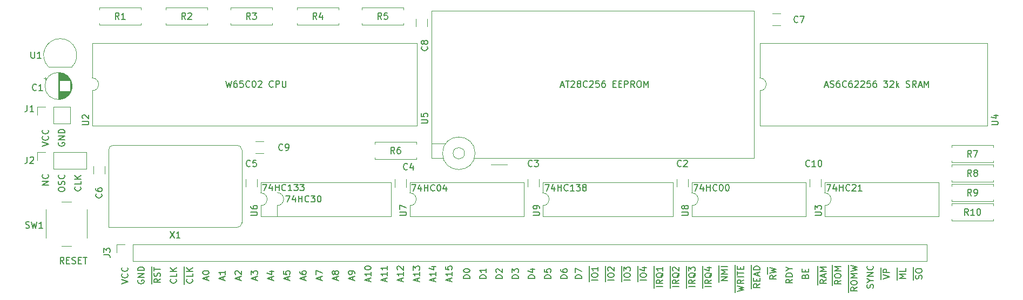
<source format=gto>
G04 #@! TF.GenerationSoftware,KiCad,Pcbnew,(5.1.9-0-10_14)*
G04 #@! TF.CreationDate,2021-05-12T02:12:47+02:00*
G04 #@! TF.ProjectId,mainboard_v2,6d61696e-626f-4617-9264-5f76322e6b69,rev?*
G04 #@! TF.SameCoordinates,Original*
G04 #@! TF.FileFunction,Legend,Top*
G04 #@! TF.FilePolarity,Positive*
%FSLAX46Y46*%
G04 Gerber Fmt 4.6, Leading zero omitted, Abs format (unit mm)*
G04 Created by KiCad (PCBNEW (5.1.9-0-10_14)) date 2021-05-12 02:12:47*
%MOMM*%
%LPD*%
G01*
G04 APERTURE LIST*
%ADD10C,0.150000*%
%ADD11C,0.120000*%
%ADD12O,1.440000X2.000000*%
%ADD13R,1.440000X2.000000*%
%ADD14C,1.600000*%
%ADD15R,1.600000X1.600000*%
%ADD16O,1.600000X1.600000*%
%ADD17O,1.700000X1.700000*%
%ADD18R,1.700000X1.700000*%
%ADD19C,2.000000*%
%ADD20C,4.700000*%
%ADD21R,1.050000X1.500000*%
%ADD22O,1.050000X1.500000*%
%ADD23C,1.200000*%
%ADD24R,1.200000X1.200000*%
G04 APERTURE END LIST*
D10*
X61174380Y-104203333D02*
X62174380Y-103870000D01*
X61174380Y-103536666D01*
X62079142Y-102631904D02*
X62126761Y-102679523D01*
X62174380Y-102822380D01*
X62174380Y-102917619D01*
X62126761Y-103060476D01*
X62031523Y-103155714D01*
X61936285Y-103203333D01*
X61745809Y-103250952D01*
X61602952Y-103250952D01*
X61412476Y-103203333D01*
X61317238Y-103155714D01*
X61222000Y-103060476D01*
X61174380Y-102917619D01*
X61174380Y-102822380D01*
X61222000Y-102679523D01*
X61269619Y-102631904D01*
X62079142Y-101631904D02*
X62126761Y-101679523D01*
X62174380Y-101822380D01*
X62174380Y-101917619D01*
X62126761Y-102060476D01*
X62031523Y-102155714D01*
X61936285Y-102203333D01*
X61745809Y-102250952D01*
X61602952Y-102250952D01*
X61412476Y-102203333D01*
X61317238Y-102155714D01*
X61222000Y-102060476D01*
X61174380Y-101917619D01*
X61174380Y-101822380D01*
X61222000Y-101679523D01*
X61269619Y-101631904D01*
X63762000Y-103631904D02*
X63714380Y-103727142D01*
X63714380Y-103870000D01*
X63762000Y-104012857D01*
X63857238Y-104108095D01*
X63952476Y-104155714D01*
X64142952Y-104203333D01*
X64285809Y-104203333D01*
X64476285Y-104155714D01*
X64571523Y-104108095D01*
X64666761Y-104012857D01*
X64714380Y-103870000D01*
X64714380Y-103774761D01*
X64666761Y-103631904D01*
X64619142Y-103584285D01*
X64285809Y-103584285D01*
X64285809Y-103774761D01*
X64714380Y-103155714D02*
X63714380Y-103155714D01*
X64714380Y-102584285D01*
X63714380Y-102584285D01*
X64714380Y-102108095D02*
X63714380Y-102108095D01*
X63714380Y-101870000D01*
X63762000Y-101727142D01*
X63857238Y-101631904D01*
X63952476Y-101584285D01*
X64142952Y-101536666D01*
X64285809Y-101536666D01*
X64476285Y-101584285D01*
X64571523Y-101631904D01*
X64666761Y-101727142D01*
X64714380Y-101870000D01*
X64714380Y-102108095D01*
X90003904Y-93940380D02*
X90242000Y-94940380D01*
X90432476Y-94226095D01*
X90622952Y-94940380D01*
X90861047Y-93940380D01*
X91670571Y-93940380D02*
X91480095Y-93940380D01*
X91384857Y-93988000D01*
X91337238Y-94035619D01*
X91242000Y-94178476D01*
X91194380Y-94368952D01*
X91194380Y-94749904D01*
X91242000Y-94845142D01*
X91289619Y-94892761D01*
X91384857Y-94940380D01*
X91575333Y-94940380D01*
X91670571Y-94892761D01*
X91718190Y-94845142D01*
X91765809Y-94749904D01*
X91765809Y-94511809D01*
X91718190Y-94416571D01*
X91670571Y-94368952D01*
X91575333Y-94321333D01*
X91384857Y-94321333D01*
X91289619Y-94368952D01*
X91242000Y-94416571D01*
X91194380Y-94511809D01*
X92670571Y-93940380D02*
X92194380Y-93940380D01*
X92146761Y-94416571D01*
X92194380Y-94368952D01*
X92289619Y-94321333D01*
X92527714Y-94321333D01*
X92622952Y-94368952D01*
X92670571Y-94416571D01*
X92718190Y-94511809D01*
X92718190Y-94749904D01*
X92670571Y-94845142D01*
X92622952Y-94892761D01*
X92527714Y-94940380D01*
X92289619Y-94940380D01*
X92194380Y-94892761D01*
X92146761Y-94845142D01*
X93718190Y-94845142D02*
X93670571Y-94892761D01*
X93527714Y-94940380D01*
X93432476Y-94940380D01*
X93289619Y-94892761D01*
X93194380Y-94797523D01*
X93146761Y-94702285D01*
X93099142Y-94511809D01*
X93099142Y-94368952D01*
X93146761Y-94178476D01*
X93194380Y-94083238D01*
X93289619Y-93988000D01*
X93432476Y-93940380D01*
X93527714Y-93940380D01*
X93670571Y-93988000D01*
X93718190Y-94035619D01*
X94337238Y-93940380D02*
X94432476Y-93940380D01*
X94527714Y-93988000D01*
X94575333Y-94035619D01*
X94622952Y-94130857D01*
X94670571Y-94321333D01*
X94670571Y-94559428D01*
X94622952Y-94749904D01*
X94575333Y-94845142D01*
X94527714Y-94892761D01*
X94432476Y-94940380D01*
X94337238Y-94940380D01*
X94242000Y-94892761D01*
X94194380Y-94845142D01*
X94146761Y-94749904D01*
X94099142Y-94559428D01*
X94099142Y-94321333D01*
X94146761Y-94130857D01*
X94194380Y-94035619D01*
X94242000Y-93988000D01*
X94337238Y-93940380D01*
X95051523Y-94035619D02*
X95099142Y-93988000D01*
X95194380Y-93940380D01*
X95432476Y-93940380D01*
X95527714Y-93988000D01*
X95575333Y-94035619D01*
X95622952Y-94130857D01*
X95622952Y-94226095D01*
X95575333Y-94368952D01*
X95003904Y-94940380D01*
X95622952Y-94940380D01*
X97384857Y-94845142D02*
X97337238Y-94892761D01*
X97194380Y-94940380D01*
X97099142Y-94940380D01*
X96956285Y-94892761D01*
X96861047Y-94797523D01*
X96813428Y-94702285D01*
X96765809Y-94511809D01*
X96765809Y-94368952D01*
X96813428Y-94178476D01*
X96861047Y-94083238D01*
X96956285Y-93988000D01*
X97099142Y-93940380D01*
X97194380Y-93940380D01*
X97337238Y-93988000D01*
X97384857Y-94035619D01*
X97813428Y-94940380D02*
X97813428Y-93940380D01*
X98194380Y-93940380D01*
X98289619Y-93988000D01*
X98337238Y-94035619D01*
X98384857Y-94130857D01*
X98384857Y-94273714D01*
X98337238Y-94368952D01*
X98289619Y-94416571D01*
X98194380Y-94464190D01*
X97813428Y-94464190D01*
X98813428Y-93940380D02*
X98813428Y-94749904D01*
X98861047Y-94845142D01*
X98908666Y-94892761D01*
X99003904Y-94940380D01*
X99194380Y-94940380D01*
X99289619Y-94892761D01*
X99337238Y-94845142D01*
X99384857Y-94749904D01*
X99384857Y-93940380D01*
X142471047Y-94654666D02*
X142947238Y-94654666D01*
X142375809Y-94940380D02*
X142709142Y-93940380D01*
X143042476Y-94940380D01*
X143232952Y-93940380D02*
X143804380Y-93940380D01*
X143518666Y-94940380D02*
X143518666Y-93940380D01*
X144090095Y-94035619D02*
X144137714Y-93988000D01*
X144232952Y-93940380D01*
X144471047Y-93940380D01*
X144566285Y-93988000D01*
X144613904Y-94035619D01*
X144661523Y-94130857D01*
X144661523Y-94226095D01*
X144613904Y-94368952D01*
X144042476Y-94940380D01*
X144661523Y-94940380D01*
X145232952Y-94368952D02*
X145137714Y-94321333D01*
X145090095Y-94273714D01*
X145042476Y-94178476D01*
X145042476Y-94130857D01*
X145090095Y-94035619D01*
X145137714Y-93988000D01*
X145232952Y-93940380D01*
X145423428Y-93940380D01*
X145518666Y-93988000D01*
X145566285Y-94035619D01*
X145613904Y-94130857D01*
X145613904Y-94178476D01*
X145566285Y-94273714D01*
X145518666Y-94321333D01*
X145423428Y-94368952D01*
X145232952Y-94368952D01*
X145137714Y-94416571D01*
X145090095Y-94464190D01*
X145042476Y-94559428D01*
X145042476Y-94749904D01*
X145090095Y-94845142D01*
X145137714Y-94892761D01*
X145232952Y-94940380D01*
X145423428Y-94940380D01*
X145518666Y-94892761D01*
X145566285Y-94845142D01*
X145613904Y-94749904D01*
X145613904Y-94559428D01*
X145566285Y-94464190D01*
X145518666Y-94416571D01*
X145423428Y-94368952D01*
X146613904Y-94845142D02*
X146566285Y-94892761D01*
X146423428Y-94940380D01*
X146328190Y-94940380D01*
X146185333Y-94892761D01*
X146090095Y-94797523D01*
X146042476Y-94702285D01*
X145994857Y-94511809D01*
X145994857Y-94368952D01*
X146042476Y-94178476D01*
X146090095Y-94083238D01*
X146185333Y-93988000D01*
X146328190Y-93940380D01*
X146423428Y-93940380D01*
X146566285Y-93988000D01*
X146613904Y-94035619D01*
X146994857Y-94035619D02*
X147042476Y-93988000D01*
X147137714Y-93940380D01*
X147375809Y-93940380D01*
X147471047Y-93988000D01*
X147518666Y-94035619D01*
X147566285Y-94130857D01*
X147566285Y-94226095D01*
X147518666Y-94368952D01*
X146947238Y-94940380D01*
X147566285Y-94940380D01*
X148471047Y-93940380D02*
X147994857Y-93940380D01*
X147947238Y-94416571D01*
X147994857Y-94368952D01*
X148090095Y-94321333D01*
X148328190Y-94321333D01*
X148423428Y-94368952D01*
X148471047Y-94416571D01*
X148518666Y-94511809D01*
X148518666Y-94749904D01*
X148471047Y-94845142D01*
X148423428Y-94892761D01*
X148328190Y-94940380D01*
X148090095Y-94940380D01*
X147994857Y-94892761D01*
X147947238Y-94845142D01*
X149375809Y-93940380D02*
X149185333Y-93940380D01*
X149090095Y-93988000D01*
X149042476Y-94035619D01*
X148947238Y-94178476D01*
X148899619Y-94368952D01*
X148899619Y-94749904D01*
X148947238Y-94845142D01*
X148994857Y-94892761D01*
X149090095Y-94940380D01*
X149280571Y-94940380D01*
X149375809Y-94892761D01*
X149423428Y-94845142D01*
X149471047Y-94749904D01*
X149471047Y-94511809D01*
X149423428Y-94416571D01*
X149375809Y-94368952D01*
X149280571Y-94321333D01*
X149090095Y-94321333D01*
X148994857Y-94368952D01*
X148947238Y-94416571D01*
X148899619Y-94511809D01*
X150661523Y-94416571D02*
X150994857Y-94416571D01*
X151137714Y-94940380D02*
X150661523Y-94940380D01*
X150661523Y-93940380D01*
X151137714Y-93940380D01*
X151566285Y-94416571D02*
X151899619Y-94416571D01*
X152042476Y-94940380D02*
X151566285Y-94940380D01*
X151566285Y-93940380D01*
X152042476Y-93940380D01*
X152471047Y-94940380D02*
X152471047Y-93940380D01*
X152852000Y-93940380D01*
X152947238Y-93988000D01*
X152994857Y-94035619D01*
X153042476Y-94130857D01*
X153042476Y-94273714D01*
X152994857Y-94368952D01*
X152947238Y-94416571D01*
X152852000Y-94464190D01*
X152471047Y-94464190D01*
X154042476Y-94940380D02*
X153709142Y-94464190D01*
X153471047Y-94940380D02*
X153471047Y-93940380D01*
X153852000Y-93940380D01*
X153947238Y-93988000D01*
X153994857Y-94035619D01*
X154042476Y-94130857D01*
X154042476Y-94273714D01*
X153994857Y-94368952D01*
X153947238Y-94416571D01*
X153852000Y-94464190D01*
X153471047Y-94464190D01*
X154661523Y-93940380D02*
X154852000Y-93940380D01*
X154947238Y-93988000D01*
X155042476Y-94083238D01*
X155090095Y-94273714D01*
X155090095Y-94607047D01*
X155042476Y-94797523D01*
X154947238Y-94892761D01*
X154852000Y-94940380D01*
X154661523Y-94940380D01*
X154566285Y-94892761D01*
X154471047Y-94797523D01*
X154423428Y-94607047D01*
X154423428Y-94273714D01*
X154471047Y-94083238D01*
X154566285Y-93988000D01*
X154661523Y-93940380D01*
X155518666Y-94940380D02*
X155518666Y-93940380D01*
X155852000Y-94654666D01*
X156185333Y-93940380D01*
X156185333Y-94940380D01*
X183857333Y-94654666D02*
X184333523Y-94654666D01*
X183762095Y-94940380D02*
X184095428Y-93940380D01*
X184428761Y-94940380D01*
X184714476Y-94892761D02*
X184857333Y-94940380D01*
X185095428Y-94940380D01*
X185190666Y-94892761D01*
X185238285Y-94845142D01*
X185285904Y-94749904D01*
X185285904Y-94654666D01*
X185238285Y-94559428D01*
X185190666Y-94511809D01*
X185095428Y-94464190D01*
X184904952Y-94416571D01*
X184809714Y-94368952D01*
X184762095Y-94321333D01*
X184714476Y-94226095D01*
X184714476Y-94130857D01*
X184762095Y-94035619D01*
X184809714Y-93988000D01*
X184904952Y-93940380D01*
X185143047Y-93940380D01*
X185285904Y-93988000D01*
X186143047Y-93940380D02*
X185952571Y-93940380D01*
X185857333Y-93988000D01*
X185809714Y-94035619D01*
X185714476Y-94178476D01*
X185666857Y-94368952D01*
X185666857Y-94749904D01*
X185714476Y-94845142D01*
X185762095Y-94892761D01*
X185857333Y-94940380D01*
X186047809Y-94940380D01*
X186143047Y-94892761D01*
X186190666Y-94845142D01*
X186238285Y-94749904D01*
X186238285Y-94511809D01*
X186190666Y-94416571D01*
X186143047Y-94368952D01*
X186047809Y-94321333D01*
X185857333Y-94321333D01*
X185762095Y-94368952D01*
X185714476Y-94416571D01*
X185666857Y-94511809D01*
X187238285Y-94845142D02*
X187190666Y-94892761D01*
X187047809Y-94940380D01*
X186952571Y-94940380D01*
X186809714Y-94892761D01*
X186714476Y-94797523D01*
X186666857Y-94702285D01*
X186619238Y-94511809D01*
X186619238Y-94368952D01*
X186666857Y-94178476D01*
X186714476Y-94083238D01*
X186809714Y-93988000D01*
X186952571Y-93940380D01*
X187047809Y-93940380D01*
X187190666Y-93988000D01*
X187238285Y-94035619D01*
X188095428Y-93940380D02*
X187904952Y-93940380D01*
X187809714Y-93988000D01*
X187762095Y-94035619D01*
X187666857Y-94178476D01*
X187619238Y-94368952D01*
X187619238Y-94749904D01*
X187666857Y-94845142D01*
X187714476Y-94892761D01*
X187809714Y-94940380D01*
X188000190Y-94940380D01*
X188095428Y-94892761D01*
X188143047Y-94845142D01*
X188190666Y-94749904D01*
X188190666Y-94511809D01*
X188143047Y-94416571D01*
X188095428Y-94368952D01*
X188000190Y-94321333D01*
X187809714Y-94321333D01*
X187714476Y-94368952D01*
X187666857Y-94416571D01*
X187619238Y-94511809D01*
X188571619Y-94035619D02*
X188619238Y-93988000D01*
X188714476Y-93940380D01*
X188952571Y-93940380D01*
X189047809Y-93988000D01*
X189095428Y-94035619D01*
X189143047Y-94130857D01*
X189143047Y-94226095D01*
X189095428Y-94368952D01*
X188524000Y-94940380D01*
X189143047Y-94940380D01*
X189524000Y-94035619D02*
X189571619Y-93988000D01*
X189666857Y-93940380D01*
X189904952Y-93940380D01*
X190000190Y-93988000D01*
X190047809Y-94035619D01*
X190095428Y-94130857D01*
X190095428Y-94226095D01*
X190047809Y-94368952D01*
X189476380Y-94940380D01*
X190095428Y-94940380D01*
X191000190Y-93940380D02*
X190524000Y-93940380D01*
X190476380Y-94416571D01*
X190524000Y-94368952D01*
X190619238Y-94321333D01*
X190857333Y-94321333D01*
X190952571Y-94368952D01*
X191000190Y-94416571D01*
X191047809Y-94511809D01*
X191047809Y-94749904D01*
X191000190Y-94845142D01*
X190952571Y-94892761D01*
X190857333Y-94940380D01*
X190619238Y-94940380D01*
X190524000Y-94892761D01*
X190476380Y-94845142D01*
X191904952Y-93940380D02*
X191714476Y-93940380D01*
X191619238Y-93988000D01*
X191571619Y-94035619D01*
X191476380Y-94178476D01*
X191428761Y-94368952D01*
X191428761Y-94749904D01*
X191476380Y-94845142D01*
X191524000Y-94892761D01*
X191619238Y-94940380D01*
X191809714Y-94940380D01*
X191904952Y-94892761D01*
X191952571Y-94845142D01*
X192000190Y-94749904D01*
X192000190Y-94511809D01*
X191952571Y-94416571D01*
X191904952Y-94368952D01*
X191809714Y-94321333D01*
X191619238Y-94321333D01*
X191524000Y-94368952D01*
X191476380Y-94416571D01*
X191428761Y-94511809D01*
X193095428Y-93940380D02*
X193714476Y-93940380D01*
X193381142Y-94321333D01*
X193524000Y-94321333D01*
X193619238Y-94368952D01*
X193666857Y-94416571D01*
X193714476Y-94511809D01*
X193714476Y-94749904D01*
X193666857Y-94845142D01*
X193619238Y-94892761D01*
X193524000Y-94940380D01*
X193238285Y-94940380D01*
X193143047Y-94892761D01*
X193095428Y-94845142D01*
X194095428Y-94035619D02*
X194143047Y-93988000D01*
X194238285Y-93940380D01*
X194476380Y-93940380D01*
X194571619Y-93988000D01*
X194619238Y-94035619D01*
X194666857Y-94130857D01*
X194666857Y-94226095D01*
X194619238Y-94368952D01*
X194047809Y-94940380D01*
X194666857Y-94940380D01*
X195095428Y-94940380D02*
X195095428Y-93940380D01*
X195190666Y-94559428D02*
X195476380Y-94940380D01*
X195476380Y-94273714D02*
X195095428Y-94654666D01*
X196619238Y-94892761D02*
X196762095Y-94940380D01*
X197000190Y-94940380D01*
X197095428Y-94892761D01*
X197143047Y-94845142D01*
X197190666Y-94749904D01*
X197190666Y-94654666D01*
X197143047Y-94559428D01*
X197095428Y-94511809D01*
X197000190Y-94464190D01*
X196809714Y-94416571D01*
X196714476Y-94368952D01*
X196666857Y-94321333D01*
X196619238Y-94226095D01*
X196619238Y-94130857D01*
X196666857Y-94035619D01*
X196714476Y-93988000D01*
X196809714Y-93940380D01*
X197047809Y-93940380D01*
X197190666Y-93988000D01*
X198190666Y-94940380D02*
X197857333Y-94464190D01*
X197619238Y-94940380D02*
X197619238Y-93940380D01*
X198000190Y-93940380D01*
X198095428Y-93988000D01*
X198143047Y-94035619D01*
X198190666Y-94130857D01*
X198190666Y-94273714D01*
X198143047Y-94368952D01*
X198095428Y-94416571D01*
X198000190Y-94464190D01*
X197619238Y-94464190D01*
X198571619Y-94654666D02*
X199047809Y-94654666D01*
X198476380Y-94940380D02*
X198809714Y-93940380D01*
X199143047Y-94940380D01*
X199476380Y-94940380D02*
X199476380Y-93940380D01*
X199809714Y-94654666D01*
X200143047Y-93940380D01*
X200143047Y-94940380D01*
X184158285Y-110196380D02*
X184824952Y-110196380D01*
X184396380Y-111196380D01*
X185634476Y-110529714D02*
X185634476Y-111196380D01*
X185396380Y-110148761D02*
X185158285Y-110863047D01*
X185777333Y-110863047D01*
X186158285Y-111196380D02*
X186158285Y-110196380D01*
X186158285Y-110672571D02*
X186729714Y-110672571D01*
X186729714Y-111196380D02*
X186729714Y-110196380D01*
X187777333Y-111101142D02*
X187729714Y-111148761D01*
X187586857Y-111196380D01*
X187491619Y-111196380D01*
X187348761Y-111148761D01*
X187253523Y-111053523D01*
X187205904Y-110958285D01*
X187158285Y-110767809D01*
X187158285Y-110624952D01*
X187205904Y-110434476D01*
X187253523Y-110339238D01*
X187348761Y-110244000D01*
X187491619Y-110196380D01*
X187586857Y-110196380D01*
X187729714Y-110244000D01*
X187777333Y-110291619D01*
X188158285Y-110291619D02*
X188205904Y-110244000D01*
X188301142Y-110196380D01*
X188539238Y-110196380D01*
X188634476Y-110244000D01*
X188682095Y-110291619D01*
X188729714Y-110386857D01*
X188729714Y-110482095D01*
X188682095Y-110624952D01*
X188110666Y-111196380D01*
X188729714Y-111196380D01*
X189682095Y-111196380D02*
X189110666Y-111196380D01*
X189396380Y-111196380D02*
X189396380Y-110196380D01*
X189301142Y-110339238D01*
X189205904Y-110434476D01*
X189110666Y-110482095D01*
X163330285Y-110196380D02*
X163996952Y-110196380D01*
X163568380Y-111196380D01*
X164806476Y-110529714D02*
X164806476Y-111196380D01*
X164568380Y-110148761D02*
X164330285Y-110863047D01*
X164949333Y-110863047D01*
X165330285Y-111196380D02*
X165330285Y-110196380D01*
X165330285Y-110672571D02*
X165901714Y-110672571D01*
X165901714Y-111196380D02*
X165901714Y-110196380D01*
X166949333Y-111101142D02*
X166901714Y-111148761D01*
X166758857Y-111196380D01*
X166663619Y-111196380D01*
X166520761Y-111148761D01*
X166425523Y-111053523D01*
X166377904Y-110958285D01*
X166330285Y-110767809D01*
X166330285Y-110624952D01*
X166377904Y-110434476D01*
X166425523Y-110339238D01*
X166520761Y-110244000D01*
X166663619Y-110196380D01*
X166758857Y-110196380D01*
X166901714Y-110244000D01*
X166949333Y-110291619D01*
X167568380Y-110196380D02*
X167663619Y-110196380D01*
X167758857Y-110244000D01*
X167806476Y-110291619D01*
X167854095Y-110386857D01*
X167901714Y-110577333D01*
X167901714Y-110815428D01*
X167854095Y-111005904D01*
X167806476Y-111101142D01*
X167758857Y-111148761D01*
X167663619Y-111196380D01*
X167568380Y-111196380D01*
X167473142Y-111148761D01*
X167425523Y-111101142D01*
X167377904Y-111005904D01*
X167330285Y-110815428D01*
X167330285Y-110577333D01*
X167377904Y-110386857D01*
X167425523Y-110291619D01*
X167473142Y-110244000D01*
X167568380Y-110196380D01*
X168520761Y-110196380D02*
X168616000Y-110196380D01*
X168711238Y-110244000D01*
X168758857Y-110291619D01*
X168806476Y-110386857D01*
X168854095Y-110577333D01*
X168854095Y-110815428D01*
X168806476Y-111005904D01*
X168758857Y-111101142D01*
X168711238Y-111148761D01*
X168616000Y-111196380D01*
X168520761Y-111196380D01*
X168425523Y-111148761D01*
X168377904Y-111101142D01*
X168330285Y-111005904D01*
X168282666Y-110815428D01*
X168282666Y-110577333D01*
X168330285Y-110386857D01*
X168377904Y-110291619D01*
X168425523Y-110244000D01*
X168520761Y-110196380D01*
X139994095Y-110196380D02*
X140660761Y-110196380D01*
X140232190Y-111196380D01*
X141470285Y-110529714D02*
X141470285Y-111196380D01*
X141232190Y-110148761D02*
X140994095Y-110863047D01*
X141613142Y-110863047D01*
X141994095Y-111196380D02*
X141994095Y-110196380D01*
X141994095Y-110672571D02*
X142565523Y-110672571D01*
X142565523Y-111196380D02*
X142565523Y-110196380D01*
X143613142Y-111101142D02*
X143565523Y-111148761D01*
X143422666Y-111196380D01*
X143327428Y-111196380D01*
X143184571Y-111148761D01*
X143089333Y-111053523D01*
X143041714Y-110958285D01*
X142994095Y-110767809D01*
X142994095Y-110624952D01*
X143041714Y-110434476D01*
X143089333Y-110339238D01*
X143184571Y-110244000D01*
X143327428Y-110196380D01*
X143422666Y-110196380D01*
X143565523Y-110244000D01*
X143613142Y-110291619D01*
X144565523Y-111196380D02*
X143994095Y-111196380D01*
X144279809Y-111196380D02*
X144279809Y-110196380D01*
X144184571Y-110339238D01*
X144089333Y-110434476D01*
X143994095Y-110482095D01*
X144898857Y-110196380D02*
X145517904Y-110196380D01*
X145184571Y-110577333D01*
X145327428Y-110577333D01*
X145422666Y-110624952D01*
X145470285Y-110672571D01*
X145517904Y-110767809D01*
X145517904Y-111005904D01*
X145470285Y-111101142D01*
X145422666Y-111148761D01*
X145327428Y-111196380D01*
X145041714Y-111196380D01*
X144946476Y-111148761D01*
X144898857Y-111101142D01*
X146089333Y-110624952D02*
X145994095Y-110577333D01*
X145946476Y-110529714D01*
X145898857Y-110434476D01*
X145898857Y-110386857D01*
X145946476Y-110291619D01*
X145994095Y-110244000D01*
X146089333Y-110196380D01*
X146279809Y-110196380D01*
X146375047Y-110244000D01*
X146422666Y-110291619D01*
X146470285Y-110386857D01*
X146470285Y-110434476D01*
X146422666Y-110529714D01*
X146375047Y-110577333D01*
X146279809Y-110624952D01*
X146089333Y-110624952D01*
X145994095Y-110672571D01*
X145946476Y-110720190D01*
X145898857Y-110815428D01*
X145898857Y-111005904D01*
X145946476Y-111101142D01*
X145994095Y-111148761D01*
X146089333Y-111196380D01*
X146279809Y-111196380D01*
X146375047Y-111148761D01*
X146422666Y-111101142D01*
X146470285Y-111005904D01*
X146470285Y-110815428D01*
X146422666Y-110720190D01*
X146375047Y-110672571D01*
X146279809Y-110624952D01*
X119083485Y-110221780D02*
X119750152Y-110221780D01*
X119321580Y-111221780D01*
X120559676Y-110555114D02*
X120559676Y-111221780D01*
X120321580Y-110174161D02*
X120083485Y-110888447D01*
X120702533Y-110888447D01*
X121083485Y-111221780D02*
X121083485Y-110221780D01*
X121083485Y-110697971D02*
X121654914Y-110697971D01*
X121654914Y-111221780D02*
X121654914Y-110221780D01*
X122702533Y-111126542D02*
X122654914Y-111174161D01*
X122512057Y-111221780D01*
X122416819Y-111221780D01*
X122273961Y-111174161D01*
X122178723Y-111078923D01*
X122131104Y-110983685D01*
X122083485Y-110793209D01*
X122083485Y-110650352D01*
X122131104Y-110459876D01*
X122178723Y-110364638D01*
X122273961Y-110269400D01*
X122416819Y-110221780D01*
X122512057Y-110221780D01*
X122654914Y-110269400D01*
X122702533Y-110317019D01*
X123321580Y-110221780D02*
X123416819Y-110221780D01*
X123512057Y-110269400D01*
X123559676Y-110317019D01*
X123607295Y-110412257D01*
X123654914Y-110602733D01*
X123654914Y-110840828D01*
X123607295Y-111031304D01*
X123559676Y-111126542D01*
X123512057Y-111174161D01*
X123416819Y-111221780D01*
X123321580Y-111221780D01*
X123226342Y-111174161D01*
X123178723Y-111126542D01*
X123131104Y-111031304D01*
X123083485Y-110840828D01*
X123083485Y-110602733D01*
X123131104Y-110412257D01*
X123178723Y-110317019D01*
X123226342Y-110269400D01*
X123321580Y-110221780D01*
X124512057Y-110555114D02*
X124512057Y-111221780D01*
X124273961Y-110174161D02*
X124035866Y-110888447D01*
X124654914Y-110888447D01*
X95747295Y-110170980D02*
X96413961Y-110170980D01*
X95985390Y-111170980D01*
X97223485Y-110504314D02*
X97223485Y-111170980D01*
X96985390Y-110123361D02*
X96747295Y-110837647D01*
X97366342Y-110837647D01*
X97747295Y-111170980D02*
X97747295Y-110170980D01*
X97747295Y-110647171D02*
X98318723Y-110647171D01*
X98318723Y-111170980D02*
X98318723Y-110170980D01*
X99366342Y-111075742D02*
X99318723Y-111123361D01*
X99175866Y-111170980D01*
X99080628Y-111170980D01*
X98937771Y-111123361D01*
X98842533Y-111028123D01*
X98794914Y-110932885D01*
X98747295Y-110742409D01*
X98747295Y-110599552D01*
X98794914Y-110409076D01*
X98842533Y-110313838D01*
X98937771Y-110218600D01*
X99080628Y-110170980D01*
X99175866Y-110170980D01*
X99318723Y-110218600D01*
X99366342Y-110266219D01*
X100318723Y-111170980D02*
X99747295Y-111170980D01*
X100033009Y-111170980D02*
X100033009Y-110170980D01*
X99937771Y-110313838D01*
X99842533Y-110409076D01*
X99747295Y-110456695D01*
X100652057Y-110170980D02*
X101271104Y-110170980D01*
X100937771Y-110551933D01*
X101080628Y-110551933D01*
X101175866Y-110599552D01*
X101223485Y-110647171D01*
X101271104Y-110742409D01*
X101271104Y-110980504D01*
X101223485Y-111075742D01*
X101175866Y-111123361D01*
X101080628Y-111170980D01*
X100794914Y-111170980D01*
X100699676Y-111123361D01*
X100652057Y-111075742D01*
X101604438Y-110170980D02*
X102223485Y-110170980D01*
X101890152Y-110551933D01*
X102033009Y-110551933D01*
X102128247Y-110599552D01*
X102175866Y-110647171D01*
X102223485Y-110742409D01*
X102223485Y-110980504D01*
X102175866Y-111075742D01*
X102128247Y-111123361D01*
X102033009Y-111170980D01*
X101747295Y-111170980D01*
X101652057Y-111123361D01*
X101604438Y-111075742D01*
X99373085Y-111948980D02*
X100039752Y-111948980D01*
X99611180Y-112948980D01*
X100849276Y-112282314D02*
X100849276Y-112948980D01*
X100611180Y-111901361D02*
X100373085Y-112615647D01*
X100992133Y-112615647D01*
X101373085Y-112948980D02*
X101373085Y-111948980D01*
X101373085Y-112425171D02*
X101944514Y-112425171D01*
X101944514Y-112948980D02*
X101944514Y-111948980D01*
X102992133Y-112853742D02*
X102944514Y-112901361D01*
X102801657Y-112948980D01*
X102706419Y-112948980D01*
X102563561Y-112901361D01*
X102468323Y-112806123D01*
X102420704Y-112710885D01*
X102373085Y-112520409D01*
X102373085Y-112377552D01*
X102420704Y-112187076D01*
X102468323Y-112091838D01*
X102563561Y-111996600D01*
X102706419Y-111948980D01*
X102801657Y-111948980D01*
X102944514Y-111996600D01*
X102992133Y-112044219D01*
X103325466Y-111948980D02*
X103944514Y-111948980D01*
X103611180Y-112329933D01*
X103754038Y-112329933D01*
X103849276Y-112377552D01*
X103896895Y-112425171D01*
X103944514Y-112520409D01*
X103944514Y-112758504D01*
X103896895Y-112853742D01*
X103849276Y-112901361D01*
X103754038Y-112948980D01*
X103468323Y-112948980D01*
X103373085Y-112901361D01*
X103325466Y-112853742D01*
X104563561Y-111948980D02*
X104658800Y-111948980D01*
X104754038Y-111996600D01*
X104801657Y-112044219D01*
X104849276Y-112139457D01*
X104896895Y-112329933D01*
X104896895Y-112568028D01*
X104849276Y-112758504D01*
X104801657Y-112853742D01*
X104754038Y-112901361D01*
X104658800Y-112948980D01*
X104563561Y-112948980D01*
X104468323Y-112901361D01*
X104420704Y-112853742D01*
X104373085Y-112758504D01*
X104325466Y-112568028D01*
X104325466Y-112329933D01*
X104373085Y-112139457D01*
X104420704Y-112044219D01*
X104468323Y-111996600D01*
X104563561Y-111948980D01*
D11*
X97984002Y-113521999D02*
X97967800Y-115163600D01*
X98018600Y-111470617D02*
G75*
G02*
X97984002Y-113521999I1J-1025983D01*
G01*
D10*
X62174380Y-110259714D02*
X61174380Y-110259714D01*
X62174380Y-109688285D01*
X61174380Y-109688285D01*
X62079142Y-108640666D02*
X62126761Y-108688285D01*
X62174380Y-108831142D01*
X62174380Y-108926380D01*
X62126761Y-109069238D01*
X62031523Y-109164476D01*
X61936285Y-109212095D01*
X61745809Y-109259714D01*
X61602952Y-109259714D01*
X61412476Y-109212095D01*
X61317238Y-109164476D01*
X61222000Y-109069238D01*
X61174380Y-108926380D01*
X61174380Y-108831142D01*
X61222000Y-108688285D01*
X61269619Y-108640666D01*
X63714380Y-111053428D02*
X63714380Y-110862952D01*
X63762000Y-110767714D01*
X63857238Y-110672476D01*
X64047714Y-110624857D01*
X64381047Y-110624857D01*
X64571523Y-110672476D01*
X64666761Y-110767714D01*
X64714380Y-110862952D01*
X64714380Y-111053428D01*
X64666761Y-111148666D01*
X64571523Y-111243904D01*
X64381047Y-111291523D01*
X64047714Y-111291523D01*
X63857238Y-111243904D01*
X63762000Y-111148666D01*
X63714380Y-111053428D01*
X64666761Y-110243904D02*
X64714380Y-110101047D01*
X64714380Y-109862952D01*
X64666761Y-109767714D01*
X64619142Y-109720095D01*
X64523904Y-109672476D01*
X64428666Y-109672476D01*
X64333428Y-109720095D01*
X64285809Y-109767714D01*
X64238190Y-109862952D01*
X64190571Y-110053428D01*
X64142952Y-110148666D01*
X64095333Y-110196285D01*
X64000095Y-110243904D01*
X63904857Y-110243904D01*
X63809619Y-110196285D01*
X63762000Y-110148666D01*
X63714380Y-110053428D01*
X63714380Y-109815333D01*
X63762000Y-109672476D01*
X64619142Y-108672476D02*
X64666761Y-108720095D01*
X64714380Y-108862952D01*
X64714380Y-108958190D01*
X64666761Y-109101047D01*
X64571523Y-109196285D01*
X64476285Y-109243904D01*
X64285809Y-109291523D01*
X64142952Y-109291523D01*
X63952476Y-109243904D01*
X63857238Y-109196285D01*
X63762000Y-109101047D01*
X63714380Y-108958190D01*
X63714380Y-108862952D01*
X63762000Y-108720095D01*
X63809619Y-108672476D01*
X67159142Y-110577238D02*
X67206761Y-110624857D01*
X67254380Y-110767714D01*
X67254380Y-110862952D01*
X67206761Y-111005809D01*
X67111523Y-111101047D01*
X67016285Y-111148666D01*
X66825809Y-111196285D01*
X66682952Y-111196285D01*
X66492476Y-111148666D01*
X66397238Y-111101047D01*
X66302000Y-111005809D01*
X66254380Y-110862952D01*
X66254380Y-110767714D01*
X66302000Y-110624857D01*
X66349619Y-110577238D01*
X67254380Y-109672476D02*
X67254380Y-110148666D01*
X66254380Y-110148666D01*
X67254380Y-109339142D02*
X66254380Y-109339142D01*
X67254380Y-108767714D02*
X66682952Y-109196285D01*
X66254380Y-108767714D02*
X66825809Y-109339142D01*
X64587619Y-122626380D02*
X64254285Y-122150190D01*
X64016190Y-122626380D02*
X64016190Y-121626380D01*
X64397142Y-121626380D01*
X64492380Y-121674000D01*
X64540000Y-121721619D01*
X64587619Y-121816857D01*
X64587619Y-121959714D01*
X64540000Y-122054952D01*
X64492380Y-122102571D01*
X64397142Y-122150190D01*
X64016190Y-122150190D01*
X65016190Y-122102571D02*
X65349523Y-122102571D01*
X65492380Y-122626380D02*
X65016190Y-122626380D01*
X65016190Y-121626380D01*
X65492380Y-121626380D01*
X65873333Y-122578761D02*
X66016190Y-122626380D01*
X66254285Y-122626380D01*
X66349523Y-122578761D01*
X66397142Y-122531142D01*
X66444761Y-122435904D01*
X66444761Y-122340666D01*
X66397142Y-122245428D01*
X66349523Y-122197809D01*
X66254285Y-122150190D01*
X66063809Y-122102571D01*
X65968571Y-122054952D01*
X65920952Y-122007333D01*
X65873333Y-121912095D01*
X65873333Y-121816857D01*
X65920952Y-121721619D01*
X65968571Y-121674000D01*
X66063809Y-121626380D01*
X66301904Y-121626380D01*
X66444761Y-121674000D01*
X66873333Y-122102571D02*
X67206666Y-122102571D01*
X67349523Y-122626380D02*
X66873333Y-122626380D01*
X66873333Y-121626380D01*
X67349523Y-121626380D01*
X67635238Y-121626380D02*
X68206666Y-121626380D01*
X67920952Y-122626380D02*
X67920952Y-121626380D01*
X197713000Y-125206000D02*
X197713000Y-124253619D01*
X199032761Y-125015523D02*
X199080380Y-124872666D01*
X199080380Y-124634571D01*
X199032761Y-124539333D01*
X198985142Y-124491714D01*
X198889904Y-124444095D01*
X198794666Y-124444095D01*
X198699428Y-124491714D01*
X198651809Y-124539333D01*
X198604190Y-124634571D01*
X198556571Y-124825047D01*
X198508952Y-124920285D01*
X198461333Y-124967904D01*
X198366095Y-125015523D01*
X198270857Y-125015523D01*
X198175619Y-124967904D01*
X198128000Y-124920285D01*
X198080380Y-124825047D01*
X198080380Y-124586952D01*
X198128000Y-124444095D01*
X197713000Y-124253619D02*
X197713000Y-123206000D01*
X198080380Y-123825047D02*
X198080380Y-123634571D01*
X198128000Y-123539333D01*
X198223238Y-123444095D01*
X198413714Y-123396476D01*
X198747047Y-123396476D01*
X198937523Y-123444095D01*
X199032761Y-123539333D01*
X199080380Y-123634571D01*
X199080380Y-123825047D01*
X199032761Y-123920285D01*
X198937523Y-124015523D01*
X198747047Y-124063142D01*
X198413714Y-124063142D01*
X198223238Y-124015523D01*
X198128000Y-123920285D01*
X198080380Y-123825047D01*
X180776571Y-124586952D02*
X180824190Y-124444095D01*
X180871809Y-124396476D01*
X180967047Y-124348857D01*
X181109904Y-124348857D01*
X181205142Y-124396476D01*
X181252761Y-124444095D01*
X181300380Y-124539333D01*
X181300380Y-124920285D01*
X180300380Y-124920285D01*
X180300380Y-124586952D01*
X180348000Y-124491714D01*
X180395619Y-124444095D01*
X180490857Y-124396476D01*
X180586095Y-124396476D01*
X180681333Y-124444095D01*
X180728952Y-124491714D01*
X180776571Y-124586952D01*
X180776571Y-124920285D01*
X180776571Y-123920285D02*
X180776571Y-123586952D01*
X181300380Y-123444095D02*
X181300380Y-123920285D01*
X180300380Y-123920285D01*
X180300380Y-123444095D01*
X187553000Y-127134666D02*
X187553000Y-126134666D01*
X188920380Y-126325142D02*
X188444190Y-126658476D01*
X188920380Y-126896571D02*
X187920380Y-126896571D01*
X187920380Y-126515619D01*
X187968000Y-126420380D01*
X188015619Y-126372761D01*
X188110857Y-126325142D01*
X188253714Y-126325142D01*
X188348952Y-126372761D01*
X188396571Y-126420380D01*
X188444190Y-126515619D01*
X188444190Y-126896571D01*
X187553000Y-126134666D02*
X187553000Y-125087047D01*
X187920380Y-125706095D02*
X187920380Y-125515619D01*
X187968000Y-125420380D01*
X188063238Y-125325142D01*
X188253714Y-125277523D01*
X188587047Y-125277523D01*
X188777523Y-125325142D01*
X188872761Y-125420380D01*
X188920380Y-125515619D01*
X188920380Y-125706095D01*
X188872761Y-125801333D01*
X188777523Y-125896571D01*
X188587047Y-125944190D01*
X188253714Y-125944190D01*
X188063238Y-125896571D01*
X187968000Y-125801333D01*
X187920380Y-125706095D01*
X187553000Y-125087047D02*
X187553000Y-123944190D01*
X188920380Y-124848952D02*
X187920380Y-124848952D01*
X188634666Y-124515619D01*
X187920380Y-124182285D01*
X188920380Y-124182285D01*
X187553000Y-123944190D02*
X187553000Y-122801333D01*
X187920380Y-123801333D02*
X188920380Y-123563238D01*
X188206095Y-123372761D01*
X188920380Y-123182285D01*
X187920380Y-122944190D01*
X182727000Y-125960000D02*
X182727000Y-124960000D01*
X184094380Y-125150476D02*
X183618190Y-125483809D01*
X184094380Y-125721904D02*
X183094380Y-125721904D01*
X183094380Y-125340952D01*
X183142000Y-125245714D01*
X183189619Y-125198095D01*
X183284857Y-125150476D01*
X183427714Y-125150476D01*
X183522952Y-125198095D01*
X183570571Y-125245714D01*
X183618190Y-125340952D01*
X183618190Y-125721904D01*
X182727000Y-124960000D02*
X182727000Y-124102857D01*
X183808666Y-124769523D02*
X183808666Y-124293333D01*
X184094380Y-124864761D02*
X183094380Y-124531428D01*
X184094380Y-124198095D01*
X182727000Y-124102857D02*
X182727000Y-122960000D01*
X184094380Y-123864761D02*
X183094380Y-123864761D01*
X183808666Y-123531428D01*
X183094380Y-123198095D01*
X184094380Y-123198095D01*
X185013000Y-126055238D02*
X185013000Y-125055238D01*
X186380380Y-125245714D02*
X185904190Y-125579047D01*
X186380380Y-125817142D02*
X185380380Y-125817142D01*
X185380380Y-125436190D01*
X185428000Y-125340952D01*
X185475619Y-125293333D01*
X185570857Y-125245714D01*
X185713714Y-125245714D01*
X185808952Y-125293333D01*
X185856571Y-125340952D01*
X185904190Y-125436190D01*
X185904190Y-125817142D01*
X185013000Y-125055238D02*
X185013000Y-124007619D01*
X185380380Y-124626666D02*
X185380380Y-124436190D01*
X185428000Y-124340952D01*
X185523238Y-124245714D01*
X185713714Y-124198095D01*
X186047047Y-124198095D01*
X186237523Y-124245714D01*
X186332761Y-124340952D01*
X186380380Y-124436190D01*
X186380380Y-124626666D01*
X186332761Y-124721904D01*
X186237523Y-124817142D01*
X186047047Y-124864761D01*
X185713714Y-124864761D01*
X185523238Y-124817142D01*
X185428000Y-124721904D01*
X185380380Y-124626666D01*
X185013000Y-124007619D02*
X185013000Y-122864761D01*
X186380380Y-123769523D02*
X185380380Y-123769523D01*
X186094666Y-123436190D01*
X185380380Y-123102857D01*
X186380380Y-123102857D01*
X192633000Y-125134571D02*
X192633000Y-124277428D01*
X193000380Y-125039333D02*
X194000380Y-124706000D01*
X193000380Y-124372666D01*
X192633000Y-124277428D02*
X192633000Y-123277428D01*
X194000380Y-124039333D02*
X193000380Y-124039333D01*
X193000380Y-123658380D01*
X193048000Y-123563142D01*
X193095619Y-123515523D01*
X193190857Y-123467904D01*
X193333714Y-123467904D01*
X193428952Y-123515523D01*
X193476571Y-123563142D01*
X193524190Y-123658380D01*
X193524190Y-124039333D01*
X191412761Y-126452095D02*
X191460380Y-126309238D01*
X191460380Y-126071142D01*
X191412761Y-125975904D01*
X191365142Y-125928285D01*
X191269904Y-125880666D01*
X191174666Y-125880666D01*
X191079428Y-125928285D01*
X191031809Y-125975904D01*
X190984190Y-126071142D01*
X190936571Y-126261619D01*
X190888952Y-126356857D01*
X190841333Y-126404476D01*
X190746095Y-126452095D01*
X190650857Y-126452095D01*
X190555619Y-126404476D01*
X190508000Y-126356857D01*
X190460380Y-126261619D01*
X190460380Y-126023523D01*
X190508000Y-125880666D01*
X190984190Y-125261619D02*
X191460380Y-125261619D01*
X190460380Y-125594952D02*
X190984190Y-125261619D01*
X190460380Y-124928285D01*
X191460380Y-124594952D02*
X190460380Y-124594952D01*
X191460380Y-124023523D01*
X190460380Y-124023523D01*
X191365142Y-122975904D02*
X191412761Y-123023523D01*
X191460380Y-123166380D01*
X191460380Y-123261619D01*
X191412761Y-123404476D01*
X191317523Y-123499714D01*
X191222285Y-123547333D01*
X191031809Y-123594952D01*
X190888952Y-123594952D01*
X190698476Y-123547333D01*
X190603238Y-123499714D01*
X190508000Y-123404476D01*
X190460380Y-123261619D01*
X190460380Y-123166380D01*
X190508000Y-123023523D01*
X190555619Y-122975904D01*
X195173000Y-125182190D02*
X195173000Y-124039333D01*
X196540380Y-124944095D02*
X195540380Y-124944095D01*
X196254666Y-124610761D01*
X195540380Y-124277428D01*
X196540380Y-124277428D01*
X195173000Y-124039333D02*
X195173000Y-123229809D01*
X196540380Y-123325047D02*
X196540380Y-123801238D01*
X195540380Y-123801238D01*
X162153000Y-126452095D02*
X162153000Y-125975904D01*
X163520380Y-126214000D02*
X162520380Y-126214000D01*
X162153000Y-125975904D02*
X162153000Y-124975904D01*
X163520380Y-125166380D02*
X163044190Y-125499714D01*
X163520380Y-125737809D02*
X162520380Y-125737809D01*
X162520380Y-125356857D01*
X162568000Y-125261619D01*
X162615619Y-125214000D01*
X162710857Y-125166380D01*
X162853714Y-125166380D01*
X162948952Y-125214000D01*
X162996571Y-125261619D01*
X163044190Y-125356857D01*
X163044190Y-125737809D01*
X162153000Y-124975904D02*
X162153000Y-123928285D01*
X163615619Y-124071142D02*
X163568000Y-124166380D01*
X163472761Y-124261619D01*
X163329904Y-124404476D01*
X163282285Y-124499714D01*
X163282285Y-124594952D01*
X163520380Y-124547333D02*
X163472761Y-124642571D01*
X163377523Y-124737809D01*
X163187047Y-124785428D01*
X162853714Y-124785428D01*
X162663238Y-124737809D01*
X162568000Y-124642571D01*
X162520380Y-124547333D01*
X162520380Y-124356857D01*
X162568000Y-124261619D01*
X162663238Y-124166380D01*
X162853714Y-124118761D01*
X163187047Y-124118761D01*
X163377523Y-124166380D01*
X163472761Y-124261619D01*
X163520380Y-124356857D01*
X163520380Y-124547333D01*
X162153000Y-123928285D02*
X162153000Y-122975904D01*
X162520380Y-123785428D02*
X162520380Y-123166380D01*
X162901333Y-123499714D01*
X162901333Y-123356857D01*
X162948952Y-123261619D01*
X162996571Y-123214000D01*
X163091809Y-123166380D01*
X163329904Y-123166380D01*
X163425142Y-123214000D01*
X163472761Y-123261619D01*
X163520380Y-123356857D01*
X163520380Y-123642571D01*
X163472761Y-123737809D01*
X163425142Y-123785428D01*
X169773000Y-127110857D02*
X169773000Y-125968000D01*
X170140380Y-126968000D02*
X171140380Y-126729904D01*
X170426095Y-126539428D01*
X171140380Y-126348952D01*
X170140380Y-126110857D01*
X169773000Y-125968000D02*
X169773000Y-124968000D01*
X171140380Y-125158476D02*
X170664190Y-125491809D01*
X171140380Y-125729904D02*
X170140380Y-125729904D01*
X170140380Y-125348952D01*
X170188000Y-125253714D01*
X170235619Y-125206095D01*
X170330857Y-125158476D01*
X170473714Y-125158476D01*
X170568952Y-125206095D01*
X170616571Y-125253714D01*
X170664190Y-125348952D01*
X170664190Y-125729904D01*
X169773000Y-124968000D02*
X169773000Y-124491809D01*
X171140380Y-124729904D02*
X170140380Y-124729904D01*
X169773000Y-124491809D02*
X169773000Y-123729904D01*
X170140380Y-124396571D02*
X170140380Y-123825142D01*
X171140380Y-124110857D02*
X170140380Y-124110857D01*
X169773000Y-123729904D02*
X169773000Y-122825142D01*
X170616571Y-123491809D02*
X170616571Y-123158476D01*
X171140380Y-123015619D02*
X171140380Y-123491809D01*
X170140380Y-123491809D01*
X170140380Y-123015619D01*
X164693000Y-126452095D02*
X164693000Y-125975904D01*
X166060380Y-126214000D02*
X165060380Y-126214000D01*
X164693000Y-125975904D02*
X164693000Y-124975904D01*
X166060380Y-125166380D02*
X165584190Y-125499714D01*
X166060380Y-125737809D02*
X165060380Y-125737809D01*
X165060380Y-125356857D01*
X165108000Y-125261619D01*
X165155619Y-125214000D01*
X165250857Y-125166380D01*
X165393714Y-125166380D01*
X165488952Y-125214000D01*
X165536571Y-125261619D01*
X165584190Y-125356857D01*
X165584190Y-125737809D01*
X164693000Y-124975904D02*
X164693000Y-123928285D01*
X166155619Y-124071142D02*
X166108000Y-124166380D01*
X166012761Y-124261619D01*
X165869904Y-124404476D01*
X165822285Y-124499714D01*
X165822285Y-124594952D01*
X166060380Y-124547333D02*
X166012761Y-124642571D01*
X165917523Y-124737809D01*
X165727047Y-124785428D01*
X165393714Y-124785428D01*
X165203238Y-124737809D01*
X165108000Y-124642571D01*
X165060380Y-124547333D01*
X165060380Y-124356857D01*
X165108000Y-124261619D01*
X165203238Y-124166380D01*
X165393714Y-124118761D01*
X165727047Y-124118761D01*
X165917523Y-124166380D01*
X166012761Y-124261619D01*
X166060380Y-124356857D01*
X166060380Y-124547333D01*
X164693000Y-123928285D02*
X164693000Y-122975904D01*
X165393714Y-123261619D02*
X166060380Y-123261619D01*
X165012761Y-123499714D02*
X165727047Y-123737809D01*
X165727047Y-123118761D01*
X167233000Y-125539333D02*
X167233000Y-124491714D01*
X168600380Y-125301238D02*
X167600380Y-125301238D01*
X168600380Y-124729809D01*
X167600380Y-124729809D01*
X167233000Y-124491714D02*
X167233000Y-123348857D01*
X168600380Y-124253619D02*
X167600380Y-124253619D01*
X168314666Y-123920285D01*
X167600380Y-123586952D01*
X168600380Y-123586952D01*
X167233000Y-123348857D02*
X167233000Y-122872666D01*
X168600380Y-123110761D02*
X167600380Y-123110761D01*
X176220380Y-124467904D02*
X175744190Y-124801238D01*
X176220380Y-125039333D02*
X175220380Y-125039333D01*
X175220380Y-124658380D01*
X175268000Y-124563142D01*
X175315619Y-124515523D01*
X175410857Y-124467904D01*
X175553714Y-124467904D01*
X175648952Y-124515523D01*
X175696571Y-124563142D01*
X175744190Y-124658380D01*
X175744190Y-125039333D01*
X174853000Y-124277428D02*
X174853000Y-123134571D01*
X175220380Y-124134571D02*
X176220380Y-123896476D01*
X175506095Y-123706000D01*
X176220380Y-123515523D01*
X175220380Y-123277428D01*
X172313000Y-126594952D02*
X172313000Y-125594952D01*
X173680380Y-125785428D02*
X173204190Y-126118761D01*
X173680380Y-126356857D02*
X172680380Y-126356857D01*
X172680380Y-125975904D01*
X172728000Y-125880666D01*
X172775619Y-125833047D01*
X172870857Y-125785428D01*
X173013714Y-125785428D01*
X173108952Y-125833047D01*
X173156571Y-125880666D01*
X173204190Y-125975904D01*
X173204190Y-126356857D01*
X172313000Y-125594952D02*
X172313000Y-124690190D01*
X173156571Y-125356857D02*
X173156571Y-125023523D01*
X173680380Y-124880666D02*
X173680380Y-125356857D01*
X172680380Y-125356857D01*
X172680380Y-124880666D01*
X172313000Y-124690190D02*
X172313000Y-123833047D01*
X173394666Y-124499714D02*
X173394666Y-124023523D01*
X173680380Y-124594952D02*
X172680380Y-124261619D01*
X173680380Y-123928285D01*
X172313000Y-123833047D02*
X172313000Y-122833047D01*
X173680380Y-123594952D02*
X172680380Y-123594952D01*
X172680380Y-123356857D01*
X172728000Y-123214000D01*
X172823238Y-123118761D01*
X172918476Y-123071142D01*
X173108952Y-123023523D01*
X173251809Y-123023523D01*
X173442285Y-123071142D01*
X173537523Y-123118761D01*
X173632761Y-123214000D01*
X173680380Y-123356857D01*
X173680380Y-123594952D01*
X178760380Y-125079047D02*
X178284190Y-125412380D01*
X178760380Y-125650476D02*
X177760380Y-125650476D01*
X177760380Y-125269523D01*
X177808000Y-125174285D01*
X177855619Y-125126666D01*
X177950857Y-125079047D01*
X178093714Y-125079047D01*
X178188952Y-125126666D01*
X178236571Y-125174285D01*
X178284190Y-125269523D01*
X178284190Y-125650476D01*
X178760380Y-124650476D02*
X177760380Y-124650476D01*
X177760380Y-124412380D01*
X177808000Y-124269523D01*
X177903238Y-124174285D01*
X177998476Y-124126666D01*
X178188952Y-124079047D01*
X178331809Y-124079047D01*
X178522285Y-124126666D01*
X178617523Y-124174285D01*
X178712761Y-124269523D01*
X178760380Y-124412380D01*
X178760380Y-124650476D01*
X178284190Y-123460000D02*
X178760380Y-123460000D01*
X177760380Y-123793333D02*
X178284190Y-123460000D01*
X177760380Y-123126666D01*
X145740380Y-124944095D02*
X144740380Y-124944095D01*
X144740380Y-124706000D01*
X144788000Y-124563142D01*
X144883238Y-124467904D01*
X144978476Y-124420285D01*
X145168952Y-124372666D01*
X145311809Y-124372666D01*
X145502285Y-124420285D01*
X145597523Y-124467904D01*
X145692761Y-124563142D01*
X145740380Y-124706000D01*
X145740380Y-124944095D01*
X144740380Y-124039333D02*
X144740380Y-123372666D01*
X145740380Y-123801238D01*
X151993000Y-125444095D02*
X151993000Y-124967904D01*
X153360380Y-125206000D02*
X152360380Y-125206000D01*
X151993000Y-124967904D02*
X151993000Y-123920285D01*
X152360380Y-124539333D02*
X152360380Y-124348857D01*
X152408000Y-124253619D01*
X152503238Y-124158380D01*
X152693714Y-124110761D01*
X153027047Y-124110761D01*
X153217523Y-124158380D01*
X153312761Y-124253619D01*
X153360380Y-124348857D01*
X153360380Y-124539333D01*
X153312761Y-124634571D01*
X153217523Y-124729809D01*
X153027047Y-124777428D01*
X152693714Y-124777428D01*
X152503238Y-124729809D01*
X152408000Y-124634571D01*
X152360380Y-124539333D01*
X151993000Y-123920285D02*
X151993000Y-122967904D01*
X152360380Y-123777428D02*
X152360380Y-123158380D01*
X152741333Y-123491714D01*
X152741333Y-123348857D01*
X152788952Y-123253619D01*
X152836571Y-123206000D01*
X152931809Y-123158380D01*
X153169904Y-123158380D01*
X153265142Y-123206000D01*
X153312761Y-123253619D01*
X153360380Y-123348857D01*
X153360380Y-123634571D01*
X153312761Y-123729809D01*
X153265142Y-123777428D01*
X146913000Y-125444095D02*
X146913000Y-124967904D01*
X148280380Y-125206000D02*
X147280380Y-125206000D01*
X146913000Y-124967904D02*
X146913000Y-123920285D01*
X147280380Y-124539333D02*
X147280380Y-124348857D01*
X147328000Y-124253619D01*
X147423238Y-124158380D01*
X147613714Y-124110761D01*
X147947047Y-124110761D01*
X148137523Y-124158380D01*
X148232761Y-124253619D01*
X148280380Y-124348857D01*
X148280380Y-124539333D01*
X148232761Y-124634571D01*
X148137523Y-124729809D01*
X147947047Y-124777428D01*
X147613714Y-124777428D01*
X147423238Y-124729809D01*
X147328000Y-124634571D01*
X147280380Y-124539333D01*
X146913000Y-123920285D02*
X146913000Y-122967904D01*
X148280380Y-123158380D02*
X148280380Y-123729809D01*
X148280380Y-123444095D02*
X147280380Y-123444095D01*
X147423238Y-123539333D01*
X147518476Y-123634571D01*
X147566095Y-123729809D01*
X149453000Y-125444095D02*
X149453000Y-124967904D01*
X150820380Y-125206000D02*
X149820380Y-125206000D01*
X149453000Y-124967904D02*
X149453000Y-123920285D01*
X149820380Y-124539333D02*
X149820380Y-124348857D01*
X149868000Y-124253619D01*
X149963238Y-124158380D01*
X150153714Y-124110761D01*
X150487047Y-124110761D01*
X150677523Y-124158380D01*
X150772761Y-124253619D01*
X150820380Y-124348857D01*
X150820380Y-124539333D01*
X150772761Y-124634571D01*
X150677523Y-124729809D01*
X150487047Y-124777428D01*
X150153714Y-124777428D01*
X149963238Y-124729809D01*
X149868000Y-124634571D01*
X149820380Y-124539333D01*
X149453000Y-123920285D02*
X149453000Y-122967904D01*
X149915619Y-123729809D02*
X149868000Y-123682190D01*
X149820380Y-123586952D01*
X149820380Y-123348857D01*
X149868000Y-123253619D01*
X149915619Y-123206000D01*
X150010857Y-123158380D01*
X150106095Y-123158380D01*
X150248952Y-123206000D01*
X150820380Y-123777428D01*
X150820380Y-123158380D01*
X157073000Y-126452095D02*
X157073000Y-125975904D01*
X158440380Y-126214000D02*
X157440380Y-126214000D01*
X157073000Y-125975904D02*
X157073000Y-124975904D01*
X158440380Y-125166380D02*
X157964190Y-125499714D01*
X158440380Y-125737809D02*
X157440380Y-125737809D01*
X157440380Y-125356857D01*
X157488000Y-125261619D01*
X157535619Y-125214000D01*
X157630857Y-125166380D01*
X157773714Y-125166380D01*
X157868952Y-125214000D01*
X157916571Y-125261619D01*
X157964190Y-125356857D01*
X157964190Y-125737809D01*
X157073000Y-124975904D02*
X157073000Y-123928285D01*
X158535619Y-124071142D02*
X158488000Y-124166380D01*
X158392761Y-124261619D01*
X158249904Y-124404476D01*
X158202285Y-124499714D01*
X158202285Y-124594952D01*
X158440380Y-124547333D02*
X158392761Y-124642571D01*
X158297523Y-124737809D01*
X158107047Y-124785428D01*
X157773714Y-124785428D01*
X157583238Y-124737809D01*
X157488000Y-124642571D01*
X157440380Y-124547333D01*
X157440380Y-124356857D01*
X157488000Y-124261619D01*
X157583238Y-124166380D01*
X157773714Y-124118761D01*
X158107047Y-124118761D01*
X158297523Y-124166380D01*
X158392761Y-124261619D01*
X158440380Y-124356857D01*
X158440380Y-124547333D01*
X157073000Y-123928285D02*
X157073000Y-122975904D01*
X158440380Y-123166380D02*
X158440380Y-123737809D01*
X158440380Y-123452095D02*
X157440380Y-123452095D01*
X157583238Y-123547333D01*
X157678476Y-123642571D01*
X157726095Y-123737809D01*
X154533000Y-125444095D02*
X154533000Y-124967904D01*
X155900380Y-125206000D02*
X154900380Y-125206000D01*
X154533000Y-124967904D02*
X154533000Y-123920285D01*
X154900380Y-124539333D02*
X154900380Y-124348857D01*
X154948000Y-124253619D01*
X155043238Y-124158380D01*
X155233714Y-124110761D01*
X155567047Y-124110761D01*
X155757523Y-124158380D01*
X155852761Y-124253619D01*
X155900380Y-124348857D01*
X155900380Y-124539333D01*
X155852761Y-124634571D01*
X155757523Y-124729809D01*
X155567047Y-124777428D01*
X155233714Y-124777428D01*
X155043238Y-124729809D01*
X154948000Y-124634571D01*
X154900380Y-124539333D01*
X154533000Y-123920285D02*
X154533000Y-122967904D01*
X155233714Y-123253619D02*
X155900380Y-123253619D01*
X154852761Y-123491714D02*
X155567047Y-123729809D01*
X155567047Y-123110761D01*
X159613000Y-126452095D02*
X159613000Y-125975904D01*
X160980380Y-126214000D02*
X159980380Y-126214000D01*
X159613000Y-125975904D02*
X159613000Y-124975904D01*
X160980380Y-125166380D02*
X160504190Y-125499714D01*
X160980380Y-125737809D02*
X159980380Y-125737809D01*
X159980380Y-125356857D01*
X160028000Y-125261619D01*
X160075619Y-125214000D01*
X160170857Y-125166380D01*
X160313714Y-125166380D01*
X160408952Y-125214000D01*
X160456571Y-125261619D01*
X160504190Y-125356857D01*
X160504190Y-125737809D01*
X159613000Y-124975904D02*
X159613000Y-123928285D01*
X161075619Y-124071142D02*
X161028000Y-124166380D01*
X160932761Y-124261619D01*
X160789904Y-124404476D01*
X160742285Y-124499714D01*
X160742285Y-124594952D01*
X160980380Y-124547333D02*
X160932761Y-124642571D01*
X160837523Y-124737809D01*
X160647047Y-124785428D01*
X160313714Y-124785428D01*
X160123238Y-124737809D01*
X160028000Y-124642571D01*
X159980380Y-124547333D01*
X159980380Y-124356857D01*
X160028000Y-124261619D01*
X160123238Y-124166380D01*
X160313714Y-124118761D01*
X160647047Y-124118761D01*
X160837523Y-124166380D01*
X160932761Y-124261619D01*
X160980380Y-124356857D01*
X160980380Y-124547333D01*
X159613000Y-123928285D02*
X159613000Y-122975904D01*
X160075619Y-123737809D02*
X160028000Y-123690190D01*
X159980380Y-123594952D01*
X159980380Y-123356857D01*
X160028000Y-123261619D01*
X160075619Y-123214000D01*
X160170857Y-123166380D01*
X160266095Y-123166380D01*
X160408952Y-123214000D01*
X160980380Y-123785428D01*
X160980380Y-123166380D01*
X128214380Y-124944095D02*
X127214380Y-124944095D01*
X127214380Y-124706000D01*
X127262000Y-124563142D01*
X127357238Y-124467904D01*
X127452476Y-124420285D01*
X127642952Y-124372666D01*
X127785809Y-124372666D01*
X127976285Y-124420285D01*
X128071523Y-124467904D01*
X128166761Y-124563142D01*
X128214380Y-124706000D01*
X128214380Y-124944095D01*
X127214380Y-123753619D02*
X127214380Y-123658380D01*
X127262000Y-123563142D01*
X127309619Y-123515523D01*
X127404857Y-123467904D01*
X127595333Y-123420285D01*
X127833428Y-123420285D01*
X128023904Y-123467904D01*
X128119142Y-123515523D01*
X128166761Y-123563142D01*
X128214380Y-123658380D01*
X128214380Y-123753619D01*
X128166761Y-123848857D01*
X128119142Y-123896476D01*
X128023904Y-123944095D01*
X127833428Y-123991714D01*
X127595333Y-123991714D01*
X127404857Y-123944095D01*
X127309619Y-123896476D01*
X127262000Y-123848857D01*
X127214380Y-123753619D01*
X135834380Y-124944095D02*
X134834380Y-124944095D01*
X134834380Y-124706000D01*
X134882000Y-124563142D01*
X134977238Y-124467904D01*
X135072476Y-124420285D01*
X135262952Y-124372666D01*
X135405809Y-124372666D01*
X135596285Y-124420285D01*
X135691523Y-124467904D01*
X135786761Y-124563142D01*
X135834380Y-124706000D01*
X135834380Y-124944095D01*
X134834380Y-124039333D02*
X134834380Y-123420285D01*
X135215333Y-123753619D01*
X135215333Y-123610761D01*
X135262952Y-123515523D01*
X135310571Y-123467904D01*
X135405809Y-123420285D01*
X135643904Y-123420285D01*
X135739142Y-123467904D01*
X135786761Y-123515523D01*
X135834380Y-123610761D01*
X135834380Y-123896476D01*
X135786761Y-123991714D01*
X135739142Y-124039333D01*
X130754380Y-124944095D02*
X129754380Y-124944095D01*
X129754380Y-124706000D01*
X129802000Y-124563142D01*
X129897238Y-124467904D01*
X129992476Y-124420285D01*
X130182952Y-124372666D01*
X130325809Y-124372666D01*
X130516285Y-124420285D01*
X130611523Y-124467904D01*
X130706761Y-124563142D01*
X130754380Y-124706000D01*
X130754380Y-124944095D01*
X130754380Y-123420285D02*
X130754380Y-123991714D01*
X130754380Y-123706000D02*
X129754380Y-123706000D01*
X129897238Y-123801238D01*
X129992476Y-123896476D01*
X130040095Y-123991714D01*
X133294380Y-124944095D02*
X132294380Y-124944095D01*
X132294380Y-124706000D01*
X132342000Y-124563142D01*
X132437238Y-124467904D01*
X132532476Y-124420285D01*
X132722952Y-124372666D01*
X132865809Y-124372666D01*
X133056285Y-124420285D01*
X133151523Y-124467904D01*
X133246761Y-124563142D01*
X133294380Y-124706000D01*
X133294380Y-124944095D01*
X132389619Y-123991714D02*
X132342000Y-123944095D01*
X132294380Y-123848857D01*
X132294380Y-123610761D01*
X132342000Y-123515523D01*
X132389619Y-123467904D01*
X132484857Y-123420285D01*
X132580095Y-123420285D01*
X132722952Y-123467904D01*
X133294380Y-124039333D01*
X133294380Y-123420285D01*
X140914380Y-124944095D02*
X139914380Y-124944095D01*
X139914380Y-124706000D01*
X139962000Y-124563142D01*
X140057238Y-124467904D01*
X140152476Y-124420285D01*
X140342952Y-124372666D01*
X140485809Y-124372666D01*
X140676285Y-124420285D01*
X140771523Y-124467904D01*
X140866761Y-124563142D01*
X140914380Y-124706000D01*
X140914380Y-124944095D01*
X139914380Y-123467904D02*
X139914380Y-123944095D01*
X140390571Y-123991714D01*
X140342952Y-123944095D01*
X140295333Y-123848857D01*
X140295333Y-123610761D01*
X140342952Y-123515523D01*
X140390571Y-123467904D01*
X140485809Y-123420285D01*
X140723904Y-123420285D01*
X140819142Y-123467904D01*
X140866761Y-123515523D01*
X140914380Y-123610761D01*
X140914380Y-123848857D01*
X140866761Y-123944095D01*
X140819142Y-123991714D01*
X138374380Y-124944095D02*
X137374380Y-124944095D01*
X137374380Y-124706000D01*
X137422000Y-124563142D01*
X137517238Y-124467904D01*
X137612476Y-124420285D01*
X137802952Y-124372666D01*
X137945809Y-124372666D01*
X138136285Y-124420285D01*
X138231523Y-124467904D01*
X138326761Y-124563142D01*
X138374380Y-124706000D01*
X138374380Y-124944095D01*
X137707714Y-123515523D02*
X138374380Y-123515523D01*
X137326761Y-123753619D02*
X138041047Y-123991714D01*
X138041047Y-123372666D01*
X143454380Y-124944095D02*
X142454380Y-124944095D01*
X142454380Y-124706000D01*
X142502000Y-124563142D01*
X142597238Y-124467904D01*
X142692476Y-124420285D01*
X142882952Y-124372666D01*
X143025809Y-124372666D01*
X143216285Y-124420285D01*
X143311523Y-124467904D01*
X143406761Y-124563142D01*
X143454380Y-124706000D01*
X143454380Y-124944095D01*
X142454380Y-123515523D02*
X142454380Y-123706000D01*
X142502000Y-123801238D01*
X142549619Y-123848857D01*
X142692476Y-123944095D01*
X142882952Y-123991714D01*
X143263904Y-123991714D01*
X143359142Y-123944095D01*
X143406761Y-123896476D01*
X143454380Y-123801238D01*
X143454380Y-123610761D01*
X143406761Y-123515523D01*
X143359142Y-123467904D01*
X143263904Y-123420285D01*
X143025809Y-123420285D01*
X142930571Y-123467904D01*
X142882952Y-123515523D01*
X142835333Y-123610761D01*
X142835333Y-123801238D01*
X142882952Y-123896476D01*
X142930571Y-123944095D01*
X143025809Y-123991714D01*
X109894666Y-125174285D02*
X109894666Y-124698095D01*
X110180380Y-125269523D02*
X109180380Y-124936190D01*
X110180380Y-124602857D01*
X110180380Y-124221904D02*
X110180380Y-124031428D01*
X110132761Y-123936190D01*
X110085142Y-123888571D01*
X109942285Y-123793333D01*
X109751809Y-123745714D01*
X109370857Y-123745714D01*
X109275619Y-123793333D01*
X109228000Y-123840952D01*
X109180380Y-123936190D01*
X109180380Y-124126666D01*
X109228000Y-124221904D01*
X109275619Y-124269523D01*
X109370857Y-124317142D01*
X109608952Y-124317142D01*
X109704190Y-124269523D01*
X109751809Y-124221904D01*
X109799428Y-124126666D01*
X109799428Y-123936190D01*
X109751809Y-123840952D01*
X109704190Y-123793333D01*
X109608952Y-123745714D01*
X117514666Y-125396476D02*
X117514666Y-124920285D01*
X117800380Y-125491714D02*
X116800380Y-125158380D01*
X117800380Y-124825047D01*
X117800380Y-123967904D02*
X117800380Y-124539333D01*
X117800380Y-124253619D02*
X116800380Y-124253619D01*
X116943238Y-124348857D01*
X117038476Y-124444095D01*
X117086095Y-124539333D01*
X116895619Y-123586952D02*
X116848000Y-123539333D01*
X116800380Y-123444095D01*
X116800380Y-123206000D01*
X116848000Y-123110761D01*
X116895619Y-123063142D01*
X116990857Y-123015523D01*
X117086095Y-123015523D01*
X117228952Y-123063142D01*
X117800380Y-123634571D01*
X117800380Y-123015523D01*
X112434666Y-125396476D02*
X112434666Y-124920285D01*
X112720380Y-125491714D02*
X111720380Y-125158380D01*
X112720380Y-124825047D01*
X112720380Y-123967904D02*
X112720380Y-124539333D01*
X112720380Y-124253619D02*
X111720380Y-124253619D01*
X111863238Y-124348857D01*
X111958476Y-124444095D01*
X112006095Y-124539333D01*
X111720380Y-123348857D02*
X111720380Y-123253619D01*
X111768000Y-123158380D01*
X111815619Y-123110761D01*
X111910857Y-123063142D01*
X112101333Y-123015523D01*
X112339428Y-123015523D01*
X112529904Y-123063142D01*
X112625142Y-123110761D01*
X112672761Y-123158380D01*
X112720380Y-123253619D01*
X112720380Y-123348857D01*
X112672761Y-123444095D01*
X112625142Y-123491714D01*
X112529904Y-123539333D01*
X112339428Y-123586952D01*
X112101333Y-123586952D01*
X111910857Y-123539333D01*
X111815619Y-123491714D01*
X111768000Y-123444095D01*
X111720380Y-123348857D01*
X114974666Y-125396476D02*
X114974666Y-124920285D01*
X115260380Y-125491714D02*
X114260380Y-125158380D01*
X115260380Y-124825047D01*
X115260380Y-123967904D02*
X115260380Y-124539333D01*
X115260380Y-124253619D02*
X114260380Y-124253619D01*
X114403238Y-124348857D01*
X114498476Y-124444095D01*
X114546095Y-124539333D01*
X115260380Y-123015523D02*
X115260380Y-123586952D01*
X115260380Y-123301238D02*
X114260380Y-123301238D01*
X114403238Y-123396476D01*
X114498476Y-123491714D01*
X114546095Y-123586952D01*
X122594666Y-125396476D02*
X122594666Y-124920285D01*
X122880380Y-125491714D02*
X121880380Y-125158380D01*
X122880380Y-124825047D01*
X122880380Y-123967904D02*
X122880380Y-124539333D01*
X122880380Y-124253619D02*
X121880380Y-124253619D01*
X122023238Y-124348857D01*
X122118476Y-124444095D01*
X122166095Y-124539333D01*
X122213714Y-123110761D02*
X122880380Y-123110761D01*
X121832761Y-123348857D02*
X122547047Y-123586952D01*
X122547047Y-122967904D01*
X120054666Y-125396476D02*
X120054666Y-124920285D01*
X120340380Y-125491714D02*
X119340380Y-125158380D01*
X120340380Y-124825047D01*
X120340380Y-123967904D02*
X120340380Y-124539333D01*
X120340380Y-124253619D02*
X119340380Y-124253619D01*
X119483238Y-124348857D01*
X119578476Y-124444095D01*
X119626095Y-124539333D01*
X119340380Y-123634571D02*
X119340380Y-123015523D01*
X119721333Y-123348857D01*
X119721333Y-123206000D01*
X119768952Y-123110761D01*
X119816571Y-123063142D01*
X119911809Y-123015523D01*
X120149904Y-123015523D01*
X120245142Y-123063142D01*
X120292761Y-123110761D01*
X120340380Y-123206000D01*
X120340380Y-123491714D01*
X120292761Y-123586952D01*
X120245142Y-123634571D01*
X125134666Y-125396476D02*
X125134666Y-124920285D01*
X125420380Y-125491714D02*
X124420380Y-125158380D01*
X125420380Y-124825047D01*
X125420380Y-123967904D02*
X125420380Y-124539333D01*
X125420380Y-124253619D02*
X124420380Y-124253619D01*
X124563238Y-124348857D01*
X124658476Y-124444095D01*
X124706095Y-124539333D01*
X124420380Y-123063142D02*
X124420380Y-123539333D01*
X124896571Y-123586952D01*
X124848952Y-123539333D01*
X124801333Y-123444095D01*
X124801333Y-123206000D01*
X124848952Y-123110761D01*
X124896571Y-123063142D01*
X124991809Y-123015523D01*
X125229904Y-123015523D01*
X125325142Y-123063142D01*
X125372761Y-123110761D01*
X125420380Y-123206000D01*
X125420380Y-123444095D01*
X125372761Y-123539333D01*
X125325142Y-123586952D01*
X92114666Y-125174285D02*
X92114666Y-124698095D01*
X92400380Y-125269523D02*
X91400380Y-124936190D01*
X92400380Y-124602857D01*
X91495619Y-124317142D02*
X91448000Y-124269523D01*
X91400380Y-124174285D01*
X91400380Y-123936190D01*
X91448000Y-123840952D01*
X91495619Y-123793333D01*
X91590857Y-123745714D01*
X91686095Y-123745714D01*
X91828952Y-123793333D01*
X92400380Y-124364761D01*
X92400380Y-123745714D01*
X99734666Y-125174285D02*
X99734666Y-124698095D01*
X100020380Y-125269523D02*
X99020380Y-124936190D01*
X100020380Y-124602857D01*
X99020380Y-123793333D02*
X99020380Y-124269523D01*
X99496571Y-124317142D01*
X99448952Y-124269523D01*
X99401333Y-124174285D01*
X99401333Y-123936190D01*
X99448952Y-123840952D01*
X99496571Y-123793333D01*
X99591809Y-123745714D01*
X99829904Y-123745714D01*
X99925142Y-123793333D01*
X99972761Y-123840952D01*
X100020380Y-123936190D01*
X100020380Y-124174285D01*
X99972761Y-124269523D01*
X99925142Y-124317142D01*
X94654666Y-125174285D02*
X94654666Y-124698095D01*
X94940380Y-125269523D02*
X93940380Y-124936190D01*
X94940380Y-124602857D01*
X93940380Y-124364761D02*
X93940380Y-123745714D01*
X94321333Y-124079047D01*
X94321333Y-123936190D01*
X94368952Y-123840952D01*
X94416571Y-123793333D01*
X94511809Y-123745714D01*
X94749904Y-123745714D01*
X94845142Y-123793333D01*
X94892761Y-123840952D01*
X94940380Y-123936190D01*
X94940380Y-124221904D01*
X94892761Y-124317142D01*
X94845142Y-124364761D01*
X97194666Y-125174285D02*
X97194666Y-124698095D01*
X97480380Y-125269523D02*
X96480380Y-124936190D01*
X97480380Y-124602857D01*
X96813714Y-123840952D02*
X97480380Y-123840952D01*
X96432761Y-124079047D02*
X97147047Y-124317142D01*
X97147047Y-123698095D01*
X104814666Y-125174285D02*
X104814666Y-124698095D01*
X105100380Y-125269523D02*
X104100380Y-124936190D01*
X105100380Y-124602857D01*
X104100380Y-124364761D02*
X104100380Y-123698095D01*
X105100380Y-124126666D01*
X102274666Y-125174285D02*
X102274666Y-124698095D01*
X102560380Y-125269523D02*
X101560380Y-124936190D01*
X102560380Y-124602857D01*
X101560380Y-123840952D02*
X101560380Y-124031428D01*
X101608000Y-124126666D01*
X101655619Y-124174285D01*
X101798476Y-124269523D01*
X101988952Y-124317142D01*
X102369904Y-124317142D01*
X102465142Y-124269523D01*
X102512761Y-124221904D01*
X102560380Y-124126666D01*
X102560380Y-123936190D01*
X102512761Y-123840952D01*
X102465142Y-123793333D01*
X102369904Y-123745714D01*
X102131809Y-123745714D01*
X102036571Y-123793333D01*
X101988952Y-123840952D01*
X101941333Y-123936190D01*
X101941333Y-124126666D01*
X101988952Y-124221904D01*
X102036571Y-124269523D01*
X102131809Y-124317142D01*
X107354666Y-125174285D02*
X107354666Y-124698095D01*
X107640380Y-125269523D02*
X106640380Y-124936190D01*
X107640380Y-124602857D01*
X107068952Y-124126666D02*
X107021333Y-124221904D01*
X106973714Y-124269523D01*
X106878476Y-124317142D01*
X106830857Y-124317142D01*
X106735619Y-124269523D01*
X106688000Y-124221904D01*
X106640380Y-124126666D01*
X106640380Y-123936190D01*
X106688000Y-123840952D01*
X106735619Y-123793333D01*
X106830857Y-123745714D01*
X106878476Y-123745714D01*
X106973714Y-123793333D01*
X107021333Y-123840952D01*
X107068952Y-123936190D01*
X107068952Y-124126666D01*
X107116571Y-124221904D01*
X107164190Y-124269523D01*
X107259428Y-124317142D01*
X107449904Y-124317142D01*
X107545142Y-124269523D01*
X107592761Y-124221904D01*
X107640380Y-124126666D01*
X107640380Y-123936190D01*
X107592761Y-123840952D01*
X107545142Y-123793333D01*
X107449904Y-123745714D01*
X107259428Y-123745714D01*
X107164190Y-123793333D01*
X107116571Y-123840952D01*
X107068952Y-123936190D01*
X89574666Y-125174285D02*
X89574666Y-124698095D01*
X89860380Y-125269523D02*
X88860380Y-124936190D01*
X89860380Y-124602857D01*
X89860380Y-123745714D02*
X89860380Y-124317142D01*
X89860380Y-124031428D02*
X88860380Y-124031428D01*
X89003238Y-124126666D01*
X89098476Y-124221904D01*
X89146095Y-124317142D01*
X87034666Y-125174285D02*
X87034666Y-124698095D01*
X87320380Y-125269523D02*
X86320380Y-124936190D01*
X87320380Y-124602857D01*
X86320380Y-124079047D02*
X86320380Y-123983809D01*
X86368000Y-123888571D01*
X86415619Y-123840952D01*
X86510857Y-123793333D01*
X86701333Y-123745714D01*
X86939428Y-123745714D01*
X87129904Y-123793333D01*
X87225142Y-123840952D01*
X87272761Y-123888571D01*
X87320380Y-123983809D01*
X87320380Y-124079047D01*
X87272761Y-124174285D01*
X87225142Y-124221904D01*
X87129904Y-124269523D01*
X86939428Y-124317142D01*
X86701333Y-124317142D01*
X86510857Y-124269523D01*
X86415619Y-124221904D01*
X86368000Y-124174285D01*
X86320380Y-124079047D01*
X83413000Y-125864761D02*
X83413000Y-124864761D01*
X84685142Y-125055238D02*
X84732761Y-125102857D01*
X84780380Y-125245714D01*
X84780380Y-125340952D01*
X84732761Y-125483809D01*
X84637523Y-125579047D01*
X84542285Y-125626666D01*
X84351809Y-125674285D01*
X84208952Y-125674285D01*
X84018476Y-125626666D01*
X83923238Y-125579047D01*
X83828000Y-125483809D01*
X83780380Y-125340952D01*
X83780380Y-125245714D01*
X83828000Y-125102857D01*
X83875619Y-125055238D01*
X83413000Y-124864761D02*
X83413000Y-124055238D01*
X84780380Y-124150476D02*
X84780380Y-124626666D01*
X83780380Y-124626666D01*
X83413000Y-124055238D02*
X83413000Y-123055238D01*
X84780380Y-123817142D02*
X83780380Y-123817142D01*
X84780380Y-123245714D02*
X84208952Y-123674285D01*
X83780380Y-123245714D02*
X84351809Y-123817142D01*
X82145142Y-125055238D02*
X82192761Y-125102857D01*
X82240380Y-125245714D01*
X82240380Y-125340952D01*
X82192761Y-125483809D01*
X82097523Y-125579047D01*
X82002285Y-125626666D01*
X81811809Y-125674285D01*
X81668952Y-125674285D01*
X81478476Y-125626666D01*
X81383238Y-125579047D01*
X81288000Y-125483809D01*
X81240380Y-125340952D01*
X81240380Y-125245714D01*
X81288000Y-125102857D01*
X81335619Y-125055238D01*
X82240380Y-124150476D02*
X82240380Y-124626666D01*
X81240380Y-124626666D01*
X82240380Y-123817142D02*
X81240380Y-123817142D01*
X82240380Y-123245714D02*
X81668952Y-123674285D01*
X81240380Y-123245714D02*
X81811809Y-123817142D01*
X78333000Y-125817142D02*
X78333000Y-124817142D01*
X79700380Y-125007619D02*
X79224190Y-125340952D01*
X79700380Y-125579047D02*
X78700380Y-125579047D01*
X78700380Y-125198095D01*
X78748000Y-125102857D01*
X78795619Y-125055238D01*
X78890857Y-125007619D01*
X79033714Y-125007619D01*
X79128952Y-125055238D01*
X79176571Y-125102857D01*
X79224190Y-125198095D01*
X79224190Y-125579047D01*
X78333000Y-124817142D02*
X78333000Y-123864761D01*
X79652761Y-124626666D02*
X79700380Y-124483809D01*
X79700380Y-124245714D01*
X79652761Y-124150476D01*
X79605142Y-124102857D01*
X79509904Y-124055238D01*
X79414666Y-124055238D01*
X79319428Y-124102857D01*
X79271809Y-124150476D01*
X79224190Y-124245714D01*
X79176571Y-124436190D01*
X79128952Y-124531428D01*
X79081333Y-124579047D01*
X78986095Y-124626666D01*
X78890857Y-124626666D01*
X78795619Y-124579047D01*
X78748000Y-124531428D01*
X78700380Y-124436190D01*
X78700380Y-124198095D01*
X78748000Y-124055238D01*
X78333000Y-123864761D02*
X78333000Y-123102857D01*
X78700380Y-123769523D02*
X78700380Y-123198095D01*
X79700380Y-123483809D02*
X78700380Y-123483809D01*
X76208000Y-125221904D02*
X76160380Y-125317142D01*
X76160380Y-125460000D01*
X76208000Y-125602857D01*
X76303238Y-125698095D01*
X76398476Y-125745714D01*
X76588952Y-125793333D01*
X76731809Y-125793333D01*
X76922285Y-125745714D01*
X77017523Y-125698095D01*
X77112761Y-125602857D01*
X77160380Y-125460000D01*
X77160380Y-125364761D01*
X77112761Y-125221904D01*
X77065142Y-125174285D01*
X76731809Y-125174285D01*
X76731809Y-125364761D01*
X77160380Y-124745714D02*
X76160380Y-124745714D01*
X77160380Y-124174285D01*
X76160380Y-124174285D01*
X77160380Y-123698095D02*
X76160380Y-123698095D01*
X76160380Y-123460000D01*
X76208000Y-123317142D01*
X76303238Y-123221904D01*
X76398476Y-123174285D01*
X76588952Y-123126666D01*
X76731809Y-123126666D01*
X76922285Y-123174285D01*
X77017523Y-123221904D01*
X77112761Y-123317142D01*
X77160380Y-123460000D01*
X77160380Y-123698095D01*
X73620380Y-125793333D02*
X74620380Y-125460000D01*
X73620380Y-125126666D01*
X74525142Y-124221904D02*
X74572761Y-124269523D01*
X74620380Y-124412380D01*
X74620380Y-124507619D01*
X74572761Y-124650476D01*
X74477523Y-124745714D01*
X74382285Y-124793333D01*
X74191809Y-124840952D01*
X74048952Y-124840952D01*
X73858476Y-124793333D01*
X73763238Y-124745714D01*
X73668000Y-124650476D01*
X73620380Y-124507619D01*
X73620380Y-124412380D01*
X73668000Y-124269523D01*
X73715619Y-124221904D01*
X74525142Y-123221904D02*
X74572761Y-123269523D01*
X74620380Y-123412380D01*
X74620380Y-123507619D01*
X74572761Y-123650476D01*
X74477523Y-123745714D01*
X74382285Y-123793333D01*
X74191809Y-123840952D01*
X74048952Y-123840952D01*
X73858476Y-123793333D01*
X73763238Y-123745714D01*
X73668000Y-123650476D01*
X73620380Y-123507619D01*
X73620380Y-123412380D01*
X73668000Y-123269523D01*
X73715619Y-123221904D01*
D11*
X134112000Y-107058000D02*
X131572000Y-107058000D01*
X122182000Y-103758000D02*
X124442000Y-103758000D01*
X122182000Y-106038000D02*
X124042000Y-106038000D01*
X122182000Y-82938000D02*
X122182000Y-106038000D01*
X172782000Y-82938000D02*
X122182000Y-82938000D01*
X172782000Y-106038000D02*
X172782000Y-82938000D01*
X128942000Y-106038000D02*
X172782000Y-106038000D01*
X127392000Y-105308000D02*
G75*
G03*
X127392000Y-105308000I-900000J0D01*
G01*
X129042000Y-105308000D02*
G75*
G03*
X129042000Y-105308000I-2550000J0D01*
G01*
X71592000Y-116940000D02*
X91742000Y-116940000D01*
X92492000Y-116190000D02*
X92492000Y-104790000D01*
X91742000Y-104040000D02*
X72342000Y-104040000D01*
X71592000Y-104790000D02*
X71592000Y-116940000D01*
X72342000Y-104040000D02*
G75*
G03*
X71592000Y-104790000I0J-750000D01*
G01*
X92492000Y-104790000D02*
G75*
G03*
X91742000Y-104040000I-750000J0D01*
G01*
X91742000Y-116940000D02*
G75*
G03*
X92492000Y-116190000I0J750000D01*
G01*
X69028000Y-88028000D02*
X69028000Y-93488000D01*
X119948000Y-88028000D02*
X69028000Y-88028000D01*
X119948000Y-100948000D02*
X119948000Y-88028000D01*
X69028000Y-100948000D02*
X119948000Y-100948000D01*
X69028000Y-95488000D02*
X69028000Y-100948000D01*
X69028000Y-93488000D02*
G75*
G02*
X69028000Y-95488000I0J-1000000D01*
G01*
X60392000Y-99314000D02*
X60392000Y-97984000D01*
X60392000Y-97984000D02*
X61722000Y-97984000D01*
X62992000Y-97984000D02*
X65592000Y-97984000D01*
X65592000Y-100644000D02*
X65592000Y-97984000D01*
X62992000Y-100644000D02*
X65592000Y-100644000D01*
X62992000Y-100644000D02*
X62992000Y-97984000D01*
X65738000Y-112884000D02*
X64238000Y-112884000D01*
X61738000Y-114134000D02*
X61738000Y-118634000D01*
X64238000Y-119884000D02*
X65738000Y-119884000D01*
X68238000Y-118634000D02*
X68238000Y-114134000D01*
X76676000Y-85190000D02*
X76676000Y-84860000D01*
X70136000Y-85190000D02*
X76676000Y-85190000D01*
X70136000Y-84860000D02*
X70136000Y-85190000D01*
X76676000Y-82450000D02*
X76676000Y-82780000D01*
X70136000Y-82450000D02*
X76676000Y-82450000D01*
X70136000Y-82780000D02*
X70136000Y-82450000D01*
X163008000Y-109872000D02*
X163008000Y-111522000D01*
X180908000Y-109872000D02*
X163008000Y-109872000D01*
X180908000Y-115172000D02*
X180908000Y-109872000D01*
X163008000Y-115172000D02*
X180908000Y-115172000D01*
X163008000Y-113522000D02*
X163008000Y-115172000D01*
X163008000Y-111522000D02*
G75*
G02*
X163008000Y-113522000I0J-1000000D01*
G01*
X118812000Y-109872000D02*
X118812000Y-111522000D01*
X136712000Y-109872000D02*
X118812000Y-109872000D01*
X136712000Y-115172000D02*
X136712000Y-109872000D01*
X118812000Y-115172000D02*
X136712000Y-115172000D01*
X118812000Y-113522000D02*
X118812000Y-115172000D01*
X118812000Y-111522000D02*
G75*
G02*
X118812000Y-113522000I0J-1000000D01*
G01*
X183836000Y-109872000D02*
X183836000Y-111522000D01*
X201736000Y-109872000D02*
X183836000Y-109872000D01*
X201736000Y-115172000D02*
X201736000Y-109872000D01*
X183836000Y-115172000D02*
X201736000Y-115172000D01*
X183836000Y-113522000D02*
X183836000Y-115172000D01*
X183836000Y-111522000D02*
G75*
G02*
X183836000Y-113522000I0J-1000000D01*
G01*
X72838000Y-120904000D02*
X72838000Y-119574000D01*
X72838000Y-119574000D02*
X74168000Y-119574000D01*
X75438000Y-119574000D02*
X199898000Y-119574000D01*
X199898000Y-122234000D02*
X199898000Y-119574000D01*
X75438000Y-122234000D02*
X199898000Y-122234000D01*
X75438000Y-122234000D02*
X75438000Y-119574000D01*
X139640000Y-109872000D02*
X139640000Y-111522000D01*
X160080000Y-109872000D02*
X139640000Y-109872000D01*
X160080000Y-115172000D02*
X160080000Y-109872000D01*
X139640000Y-115172000D02*
X160080000Y-115172000D01*
X139640000Y-113522000D02*
X139640000Y-115172000D01*
X139640000Y-111522000D02*
G75*
G02*
X139640000Y-113522000I0J-1000000D01*
G01*
X95444000Y-109872000D02*
X95444000Y-111522000D01*
X115884000Y-109872000D02*
X95444000Y-109872000D01*
X115884000Y-115172000D02*
X115884000Y-109872000D01*
X95444000Y-115172000D02*
X115884000Y-115172000D01*
X95444000Y-113522000D02*
X95444000Y-115172000D01*
X95444000Y-111522000D02*
G75*
G02*
X95444000Y-113522000I0J-1000000D01*
G01*
X173676000Y-88028000D02*
X173676000Y-93488000D01*
X209356000Y-88028000D02*
X173676000Y-88028000D01*
X209356000Y-100948000D02*
X209356000Y-88028000D01*
X173676000Y-100948000D02*
X209356000Y-100948000D01*
X173676000Y-95488000D02*
X173676000Y-100948000D01*
X173676000Y-93488000D02*
G75*
G02*
X173676000Y-95488000I0J-1000000D01*
G01*
X62208000Y-91766000D02*
X65808000Y-91766000D01*
X65846478Y-91754478D02*
G75*
G03*
X64008000Y-87316000I-1838478J1838478D01*
G01*
X62169522Y-91754478D02*
G75*
G02*
X64008000Y-87316000I1838478J1838478D01*
G01*
X210280000Y-115924000D02*
X210280000Y-115594000D01*
X203740000Y-115924000D02*
X210280000Y-115924000D01*
X203740000Y-115594000D02*
X203740000Y-115924000D01*
X210280000Y-113184000D02*
X210280000Y-113514000D01*
X203740000Y-113184000D02*
X210280000Y-113184000D01*
X203740000Y-113514000D02*
X203740000Y-113184000D01*
X210280000Y-112876000D02*
X210280000Y-112546000D01*
X203740000Y-112876000D02*
X210280000Y-112876000D01*
X203740000Y-112546000D02*
X203740000Y-112876000D01*
X210280000Y-110136000D02*
X210280000Y-110466000D01*
X203740000Y-110136000D02*
X210280000Y-110136000D01*
X203740000Y-110466000D02*
X203740000Y-110136000D01*
X210280000Y-109828000D02*
X210280000Y-109498000D01*
X203740000Y-109828000D02*
X210280000Y-109828000D01*
X203740000Y-109498000D02*
X203740000Y-109828000D01*
X210280000Y-107088000D02*
X210280000Y-107418000D01*
X203740000Y-107088000D02*
X210280000Y-107088000D01*
X203740000Y-107418000D02*
X203740000Y-107088000D01*
X210280000Y-106780000D02*
X210280000Y-106450000D01*
X203740000Y-106780000D02*
X210280000Y-106780000D01*
X203740000Y-106450000D02*
X203740000Y-106780000D01*
X210280000Y-104040000D02*
X210280000Y-104370000D01*
X203740000Y-104040000D02*
X210280000Y-104040000D01*
X203740000Y-104370000D02*
X203740000Y-104040000D01*
X119856000Y-106272000D02*
X119856000Y-105942000D01*
X113316000Y-106272000D02*
X119856000Y-106272000D01*
X113316000Y-105942000D02*
X113316000Y-106272000D01*
X119856000Y-103532000D02*
X119856000Y-103862000D01*
X113316000Y-103532000D02*
X119856000Y-103532000D01*
X113316000Y-103862000D02*
X113316000Y-103532000D01*
X117824000Y-85190000D02*
X117824000Y-84860000D01*
X111284000Y-85190000D02*
X117824000Y-85190000D01*
X111284000Y-84860000D02*
X111284000Y-85190000D01*
X117824000Y-82450000D02*
X117824000Y-82780000D01*
X111284000Y-82450000D02*
X117824000Y-82450000D01*
X111284000Y-82780000D02*
X111284000Y-82450000D01*
X107664000Y-85190000D02*
X107664000Y-84860000D01*
X101124000Y-85190000D02*
X107664000Y-85190000D01*
X101124000Y-84860000D02*
X101124000Y-85190000D01*
X107664000Y-82450000D02*
X107664000Y-82780000D01*
X101124000Y-82450000D02*
X107664000Y-82450000D01*
X101124000Y-82780000D02*
X101124000Y-82450000D01*
X97250000Y-85190000D02*
X97250000Y-84860000D01*
X90710000Y-85190000D02*
X97250000Y-85190000D01*
X90710000Y-84860000D02*
X90710000Y-85190000D01*
X97250000Y-82450000D02*
X97250000Y-82780000D01*
X90710000Y-82450000D02*
X97250000Y-82450000D01*
X90710000Y-82780000D02*
X90710000Y-82450000D01*
X87090000Y-85190000D02*
X87090000Y-84860000D01*
X80550000Y-85190000D02*
X87090000Y-85190000D01*
X80550000Y-84860000D02*
X80550000Y-85190000D01*
X87090000Y-82450000D02*
X87090000Y-82780000D01*
X80550000Y-82450000D02*
X87090000Y-82450000D01*
X80550000Y-82780000D02*
X80550000Y-82450000D01*
X60392000Y-106426000D02*
X60392000Y-105096000D01*
X60392000Y-105096000D02*
X61722000Y-105096000D01*
X62992000Y-105096000D02*
X68132000Y-105096000D01*
X68132000Y-107756000D02*
X68132000Y-105096000D01*
X62992000Y-107756000D02*
X68132000Y-107756000D01*
X62992000Y-107756000D02*
X62992000Y-105096000D01*
X181452000Y-109333000D02*
X181452000Y-110591000D01*
X183292000Y-109333000D02*
X183292000Y-110591000D01*
X94601000Y-105314000D02*
X95859000Y-105314000D01*
X94601000Y-103474000D02*
X95859000Y-103474000D01*
X121570000Y-84187000D02*
X121570000Y-85445000D01*
X119730000Y-84187000D02*
X119730000Y-85445000D01*
X175627000Y-85248000D02*
X176885000Y-85248000D01*
X175627000Y-83408000D02*
X176885000Y-83408000D01*
X69184000Y-107301000D02*
X69184000Y-108559000D01*
X71024000Y-107301000D02*
X71024000Y-108559000D01*
X93060000Y-109333000D02*
X93060000Y-110591000D01*
X94900000Y-109333000D02*
X94900000Y-110591000D01*
X116428000Y-109373000D02*
X116428000Y-110631000D01*
X118268000Y-109373000D02*
X118268000Y-110631000D01*
X137256000Y-109333000D02*
X137256000Y-110591000D01*
X139096000Y-109333000D02*
X139096000Y-110591000D01*
X160624000Y-109333000D02*
X160624000Y-110591000D01*
X162464000Y-109333000D02*
X162464000Y-110591000D01*
X61668199Y-93347000D02*
X61668199Y-93747000D01*
X61468199Y-93547000D02*
X61868199Y-93547000D01*
X65819000Y-94372000D02*
X65819000Y-95112000D01*
X65779000Y-94205000D02*
X65779000Y-95279000D01*
X65739000Y-94078000D02*
X65739000Y-95406000D01*
X65699000Y-93974000D02*
X65699000Y-95510000D01*
X65659000Y-93883000D02*
X65659000Y-95601000D01*
X65619000Y-93802000D02*
X65619000Y-95682000D01*
X65579000Y-93729000D02*
X65579000Y-95755000D01*
X65539000Y-95582000D02*
X65539000Y-95822000D01*
X65539000Y-93662000D02*
X65539000Y-93902000D01*
X65499000Y-95582000D02*
X65499000Y-95884000D01*
X65499000Y-93600000D02*
X65499000Y-93902000D01*
X65459000Y-95582000D02*
X65459000Y-95942000D01*
X65459000Y-93542000D02*
X65459000Y-93902000D01*
X65419000Y-95582000D02*
X65419000Y-95996000D01*
X65419000Y-93488000D02*
X65419000Y-93902000D01*
X65379000Y-95582000D02*
X65379000Y-96046000D01*
X65379000Y-93438000D02*
X65379000Y-93902000D01*
X65339000Y-95582000D02*
X65339000Y-96093000D01*
X65339000Y-93391000D02*
X65339000Y-93902000D01*
X65299000Y-95582000D02*
X65299000Y-96138000D01*
X65299000Y-93346000D02*
X65299000Y-93902000D01*
X65259000Y-95582000D02*
X65259000Y-96180000D01*
X65259000Y-93304000D02*
X65259000Y-93902000D01*
X65219000Y-95582000D02*
X65219000Y-96220000D01*
X65219000Y-93264000D02*
X65219000Y-93902000D01*
X65179000Y-95582000D02*
X65179000Y-96258000D01*
X65179000Y-93226000D02*
X65179000Y-93902000D01*
X65139000Y-95582000D02*
X65139000Y-96294000D01*
X65139000Y-93190000D02*
X65139000Y-93902000D01*
X65099000Y-95582000D02*
X65099000Y-96329000D01*
X65099000Y-93155000D02*
X65099000Y-93902000D01*
X65059000Y-95582000D02*
X65059000Y-96361000D01*
X65059000Y-93123000D02*
X65059000Y-93902000D01*
X65019000Y-95582000D02*
X65019000Y-96392000D01*
X65019000Y-93092000D02*
X65019000Y-93902000D01*
X64979000Y-95582000D02*
X64979000Y-96422000D01*
X64979000Y-93062000D02*
X64979000Y-93902000D01*
X64939000Y-95582000D02*
X64939000Y-96450000D01*
X64939000Y-93034000D02*
X64939000Y-93902000D01*
X64899000Y-95582000D02*
X64899000Y-96477000D01*
X64899000Y-93007000D02*
X64899000Y-93902000D01*
X64859000Y-95582000D02*
X64859000Y-96502000D01*
X64859000Y-92982000D02*
X64859000Y-93902000D01*
X64819000Y-95582000D02*
X64819000Y-96527000D01*
X64819000Y-92957000D02*
X64819000Y-93902000D01*
X64779000Y-95582000D02*
X64779000Y-96550000D01*
X64779000Y-92934000D02*
X64779000Y-93902000D01*
X64739000Y-95582000D02*
X64739000Y-96572000D01*
X64739000Y-92912000D02*
X64739000Y-93902000D01*
X64699000Y-95582000D02*
X64699000Y-96593000D01*
X64699000Y-92891000D02*
X64699000Y-93902000D01*
X64659000Y-95582000D02*
X64659000Y-96612000D01*
X64659000Y-92872000D02*
X64659000Y-93902000D01*
X64619000Y-95582000D02*
X64619000Y-96631000D01*
X64619000Y-92853000D02*
X64619000Y-93902000D01*
X64579000Y-95582000D02*
X64579000Y-96649000D01*
X64579000Y-92835000D02*
X64579000Y-93902000D01*
X64539000Y-95582000D02*
X64539000Y-96666000D01*
X64539000Y-92818000D02*
X64539000Y-93902000D01*
X64499000Y-95582000D02*
X64499000Y-96682000D01*
X64499000Y-92802000D02*
X64499000Y-93902000D01*
X64459000Y-95582000D02*
X64459000Y-96696000D01*
X64459000Y-92788000D02*
X64459000Y-93902000D01*
X64418000Y-95582000D02*
X64418000Y-96710000D01*
X64418000Y-92774000D02*
X64418000Y-93902000D01*
X64378000Y-95582000D02*
X64378000Y-96724000D01*
X64378000Y-92760000D02*
X64378000Y-93902000D01*
X64338000Y-95582000D02*
X64338000Y-96736000D01*
X64338000Y-92748000D02*
X64338000Y-93902000D01*
X64298000Y-95582000D02*
X64298000Y-96747000D01*
X64298000Y-92737000D02*
X64298000Y-93902000D01*
X64258000Y-95582000D02*
X64258000Y-96758000D01*
X64258000Y-92726000D02*
X64258000Y-93902000D01*
X64218000Y-95582000D02*
X64218000Y-96767000D01*
X64218000Y-92717000D02*
X64218000Y-93902000D01*
X64178000Y-95582000D02*
X64178000Y-96776000D01*
X64178000Y-92708000D02*
X64178000Y-93902000D01*
X64138000Y-95582000D02*
X64138000Y-96784000D01*
X64138000Y-92700000D02*
X64138000Y-93902000D01*
X64098000Y-95582000D02*
X64098000Y-96792000D01*
X64098000Y-92692000D02*
X64098000Y-93902000D01*
X64058000Y-95582000D02*
X64058000Y-96798000D01*
X64058000Y-92686000D02*
X64058000Y-93902000D01*
X64018000Y-95582000D02*
X64018000Y-96804000D01*
X64018000Y-92680000D02*
X64018000Y-93902000D01*
X63978000Y-95582000D02*
X63978000Y-96809000D01*
X63978000Y-92675000D02*
X63978000Y-93902000D01*
X63938000Y-95582000D02*
X63938000Y-96813000D01*
X63938000Y-92671000D02*
X63938000Y-93902000D01*
X63898000Y-92668000D02*
X63898000Y-96816000D01*
X63858000Y-92665000D02*
X63858000Y-96819000D01*
X63818000Y-92663000D02*
X63818000Y-96821000D01*
X63778000Y-92662000D02*
X63778000Y-96822000D01*
X63738000Y-92662000D02*
X63738000Y-96822000D01*
X65858000Y-94742000D02*
G75*
G03*
X65858000Y-94742000I-2120000J0D01*
G01*
D10*
X120610380Y-100583904D02*
X121419904Y-100583904D01*
X121515142Y-100536285D01*
X121562761Y-100488666D01*
X121610380Y-100393428D01*
X121610380Y-100202952D01*
X121562761Y-100107714D01*
X121515142Y-100060095D01*
X121419904Y-100012476D01*
X120610380Y-100012476D01*
X120610380Y-99060095D02*
X120610380Y-99536285D01*
X121086571Y-99583904D01*
X121038952Y-99536285D01*
X120991333Y-99441047D01*
X120991333Y-99202952D01*
X121038952Y-99107714D01*
X121086571Y-99060095D01*
X121181809Y-99012476D01*
X121419904Y-99012476D01*
X121515142Y-99060095D01*
X121562761Y-99107714D01*
X121610380Y-99202952D01*
X121610380Y-99441047D01*
X121562761Y-99536285D01*
X121515142Y-99583904D01*
X81232476Y-117562380D02*
X81899142Y-118562380D01*
X81899142Y-117562380D02*
X81232476Y-118562380D01*
X82803904Y-118562380D02*
X82232476Y-118562380D01*
X82518190Y-118562380D02*
X82518190Y-117562380D01*
X82422952Y-117705238D01*
X82327714Y-117800476D01*
X82232476Y-117848095D01*
X67480380Y-100837904D02*
X68289904Y-100837904D01*
X68385142Y-100790285D01*
X68432761Y-100742666D01*
X68480380Y-100647428D01*
X68480380Y-100456952D01*
X68432761Y-100361714D01*
X68385142Y-100314095D01*
X68289904Y-100266476D01*
X67480380Y-100266476D01*
X67575619Y-99837904D02*
X67528000Y-99790285D01*
X67480380Y-99695047D01*
X67480380Y-99456952D01*
X67528000Y-99361714D01*
X67575619Y-99314095D01*
X67670857Y-99266476D01*
X67766095Y-99266476D01*
X67908952Y-99314095D01*
X68480380Y-99885523D01*
X68480380Y-99266476D01*
X58848666Y-97750380D02*
X58848666Y-98464666D01*
X58801047Y-98607523D01*
X58705809Y-98702761D01*
X58562952Y-98750380D01*
X58467714Y-98750380D01*
X59848666Y-98750380D02*
X59277238Y-98750380D01*
X59562952Y-98750380D02*
X59562952Y-97750380D01*
X59467714Y-97893238D01*
X59372476Y-97988476D01*
X59277238Y-98036095D01*
X58610666Y-116990761D02*
X58753523Y-117038380D01*
X58991619Y-117038380D01*
X59086857Y-116990761D01*
X59134476Y-116943142D01*
X59182095Y-116847904D01*
X59182095Y-116752666D01*
X59134476Y-116657428D01*
X59086857Y-116609809D01*
X58991619Y-116562190D01*
X58801142Y-116514571D01*
X58705904Y-116466952D01*
X58658285Y-116419333D01*
X58610666Y-116324095D01*
X58610666Y-116228857D01*
X58658285Y-116133619D01*
X58705904Y-116086000D01*
X58801142Y-116038380D01*
X59039238Y-116038380D01*
X59182095Y-116086000D01*
X59515428Y-116038380D02*
X59753523Y-117038380D01*
X59944000Y-116324095D01*
X60134476Y-117038380D01*
X60372571Y-116038380D01*
X61277333Y-117038380D02*
X60705904Y-117038380D01*
X60991619Y-117038380D02*
X60991619Y-116038380D01*
X60896380Y-116181238D01*
X60801142Y-116276476D01*
X60705904Y-116324095D01*
X73239333Y-84272380D02*
X72906000Y-83796190D01*
X72667904Y-84272380D02*
X72667904Y-83272380D01*
X73048857Y-83272380D01*
X73144095Y-83320000D01*
X73191714Y-83367619D01*
X73239333Y-83462857D01*
X73239333Y-83605714D01*
X73191714Y-83700952D01*
X73144095Y-83748571D01*
X73048857Y-83796190D01*
X72667904Y-83796190D01*
X74191714Y-84272380D02*
X73620285Y-84272380D01*
X73906000Y-84272380D02*
X73906000Y-83272380D01*
X73810761Y-83415238D01*
X73715523Y-83510476D01*
X73620285Y-83558095D01*
X161460380Y-115061904D02*
X162269904Y-115061904D01*
X162365142Y-115014285D01*
X162412761Y-114966666D01*
X162460380Y-114871428D01*
X162460380Y-114680952D01*
X162412761Y-114585714D01*
X162365142Y-114538095D01*
X162269904Y-114490476D01*
X161460380Y-114490476D01*
X161888952Y-113871428D02*
X161841333Y-113966666D01*
X161793714Y-114014285D01*
X161698476Y-114061904D01*
X161650857Y-114061904D01*
X161555619Y-114014285D01*
X161508000Y-113966666D01*
X161460380Y-113871428D01*
X161460380Y-113680952D01*
X161508000Y-113585714D01*
X161555619Y-113538095D01*
X161650857Y-113490476D01*
X161698476Y-113490476D01*
X161793714Y-113538095D01*
X161841333Y-113585714D01*
X161888952Y-113680952D01*
X161888952Y-113871428D01*
X161936571Y-113966666D01*
X161984190Y-114014285D01*
X162079428Y-114061904D01*
X162269904Y-114061904D01*
X162365142Y-114014285D01*
X162412761Y-113966666D01*
X162460380Y-113871428D01*
X162460380Y-113680952D01*
X162412761Y-113585714D01*
X162365142Y-113538095D01*
X162269904Y-113490476D01*
X162079428Y-113490476D01*
X161984190Y-113538095D01*
X161936571Y-113585714D01*
X161888952Y-113680952D01*
X117264380Y-115061904D02*
X118073904Y-115061904D01*
X118169142Y-115014285D01*
X118216761Y-114966666D01*
X118264380Y-114871428D01*
X118264380Y-114680952D01*
X118216761Y-114585714D01*
X118169142Y-114538095D01*
X118073904Y-114490476D01*
X117264380Y-114490476D01*
X117264380Y-114109523D02*
X117264380Y-113442857D01*
X118264380Y-113871428D01*
X182332380Y-115061904D02*
X183141904Y-115061904D01*
X183237142Y-115014285D01*
X183284761Y-114966666D01*
X183332380Y-114871428D01*
X183332380Y-114680952D01*
X183284761Y-114585714D01*
X183237142Y-114538095D01*
X183141904Y-114490476D01*
X182332380Y-114490476D01*
X182332380Y-114109523D02*
X182332380Y-113490476D01*
X182713333Y-113823809D01*
X182713333Y-113680952D01*
X182760952Y-113585714D01*
X182808571Y-113538095D01*
X182903809Y-113490476D01*
X183141904Y-113490476D01*
X183237142Y-113538095D01*
X183284761Y-113585714D01*
X183332380Y-113680952D01*
X183332380Y-113966666D01*
X183284761Y-114061904D01*
X183237142Y-114109523D01*
X70850380Y-121237333D02*
X71564666Y-121237333D01*
X71707523Y-121284952D01*
X71802761Y-121380190D01*
X71850380Y-121523047D01*
X71850380Y-121618285D01*
X70850380Y-120856380D02*
X70850380Y-120237333D01*
X71231333Y-120570666D01*
X71231333Y-120427809D01*
X71278952Y-120332571D01*
X71326571Y-120284952D01*
X71421809Y-120237333D01*
X71659904Y-120237333D01*
X71755142Y-120284952D01*
X71802761Y-120332571D01*
X71850380Y-120427809D01*
X71850380Y-120713523D01*
X71802761Y-120808761D01*
X71755142Y-120856380D01*
X138136380Y-115061904D02*
X138945904Y-115061904D01*
X139041142Y-115014285D01*
X139088761Y-114966666D01*
X139136380Y-114871428D01*
X139136380Y-114680952D01*
X139088761Y-114585714D01*
X139041142Y-114538095D01*
X138945904Y-114490476D01*
X138136380Y-114490476D01*
X139136380Y-113966666D02*
X139136380Y-113776190D01*
X139088761Y-113680952D01*
X139041142Y-113633333D01*
X138898285Y-113538095D01*
X138707809Y-113490476D01*
X138326857Y-113490476D01*
X138231619Y-113538095D01*
X138184000Y-113585714D01*
X138136380Y-113680952D01*
X138136380Y-113871428D01*
X138184000Y-113966666D01*
X138231619Y-114014285D01*
X138326857Y-114061904D01*
X138564952Y-114061904D01*
X138660190Y-114014285D01*
X138707809Y-113966666D01*
X138755428Y-113871428D01*
X138755428Y-113680952D01*
X138707809Y-113585714D01*
X138660190Y-113538095D01*
X138564952Y-113490476D01*
X93896380Y-115061904D02*
X94705904Y-115061904D01*
X94801142Y-115014285D01*
X94848761Y-114966666D01*
X94896380Y-114871428D01*
X94896380Y-114680952D01*
X94848761Y-114585714D01*
X94801142Y-114538095D01*
X94705904Y-114490476D01*
X93896380Y-114490476D01*
X93896380Y-113585714D02*
X93896380Y-113776190D01*
X93944000Y-113871428D01*
X93991619Y-113919047D01*
X94134476Y-114014285D01*
X94324952Y-114061904D01*
X94705904Y-114061904D01*
X94801142Y-114014285D01*
X94848761Y-113966666D01*
X94896380Y-113871428D01*
X94896380Y-113680952D01*
X94848761Y-113585714D01*
X94801142Y-113538095D01*
X94705904Y-113490476D01*
X94467809Y-113490476D01*
X94372571Y-113538095D01*
X94324952Y-113585714D01*
X94277333Y-113680952D01*
X94277333Y-113871428D01*
X94324952Y-113966666D01*
X94372571Y-114014285D01*
X94467809Y-114061904D01*
X210018380Y-100837904D02*
X210827904Y-100837904D01*
X210923142Y-100790285D01*
X210970761Y-100742666D01*
X211018380Y-100647428D01*
X211018380Y-100456952D01*
X210970761Y-100361714D01*
X210923142Y-100314095D01*
X210827904Y-100266476D01*
X210018380Y-100266476D01*
X210351714Y-99361714D02*
X211018380Y-99361714D01*
X209970761Y-99599809D02*
X210685047Y-99837904D01*
X210685047Y-99218857D01*
X59436095Y-89368380D02*
X59436095Y-90177904D01*
X59483714Y-90273142D01*
X59531333Y-90320761D01*
X59626571Y-90368380D01*
X59817047Y-90368380D01*
X59912285Y-90320761D01*
X59959904Y-90273142D01*
X60007523Y-90177904D01*
X60007523Y-89368380D01*
X61007523Y-90368380D02*
X60436095Y-90368380D01*
X60721809Y-90368380D02*
X60721809Y-89368380D01*
X60626571Y-89511238D01*
X60531333Y-89606476D01*
X60436095Y-89654095D01*
X206367142Y-115006380D02*
X206033809Y-114530190D01*
X205795714Y-115006380D02*
X205795714Y-114006380D01*
X206176666Y-114006380D01*
X206271904Y-114054000D01*
X206319523Y-114101619D01*
X206367142Y-114196857D01*
X206367142Y-114339714D01*
X206319523Y-114434952D01*
X206271904Y-114482571D01*
X206176666Y-114530190D01*
X205795714Y-114530190D01*
X207319523Y-115006380D02*
X206748095Y-115006380D01*
X207033809Y-115006380D02*
X207033809Y-114006380D01*
X206938571Y-114149238D01*
X206843333Y-114244476D01*
X206748095Y-114292095D01*
X207938571Y-114006380D02*
X208033809Y-114006380D01*
X208129047Y-114054000D01*
X208176666Y-114101619D01*
X208224285Y-114196857D01*
X208271904Y-114387333D01*
X208271904Y-114625428D01*
X208224285Y-114815904D01*
X208176666Y-114911142D01*
X208129047Y-114958761D01*
X208033809Y-115006380D01*
X207938571Y-115006380D01*
X207843333Y-114958761D01*
X207795714Y-114911142D01*
X207748095Y-114815904D01*
X207700476Y-114625428D01*
X207700476Y-114387333D01*
X207748095Y-114196857D01*
X207795714Y-114101619D01*
X207843333Y-114054000D01*
X207938571Y-114006380D01*
X206843333Y-111958380D02*
X206510000Y-111482190D01*
X206271904Y-111958380D02*
X206271904Y-110958380D01*
X206652857Y-110958380D01*
X206748095Y-111006000D01*
X206795714Y-111053619D01*
X206843333Y-111148857D01*
X206843333Y-111291714D01*
X206795714Y-111386952D01*
X206748095Y-111434571D01*
X206652857Y-111482190D01*
X206271904Y-111482190D01*
X207319523Y-111958380D02*
X207510000Y-111958380D01*
X207605238Y-111910761D01*
X207652857Y-111863142D01*
X207748095Y-111720285D01*
X207795714Y-111529809D01*
X207795714Y-111148857D01*
X207748095Y-111053619D01*
X207700476Y-111006000D01*
X207605238Y-110958380D01*
X207414761Y-110958380D01*
X207319523Y-111006000D01*
X207271904Y-111053619D01*
X207224285Y-111148857D01*
X207224285Y-111386952D01*
X207271904Y-111482190D01*
X207319523Y-111529809D01*
X207414761Y-111577428D01*
X207605238Y-111577428D01*
X207700476Y-111529809D01*
X207748095Y-111482190D01*
X207795714Y-111386952D01*
X206843333Y-108910380D02*
X206510000Y-108434190D01*
X206271904Y-108910380D02*
X206271904Y-107910380D01*
X206652857Y-107910380D01*
X206748095Y-107958000D01*
X206795714Y-108005619D01*
X206843333Y-108100857D01*
X206843333Y-108243714D01*
X206795714Y-108338952D01*
X206748095Y-108386571D01*
X206652857Y-108434190D01*
X206271904Y-108434190D01*
X207414761Y-108338952D02*
X207319523Y-108291333D01*
X207271904Y-108243714D01*
X207224285Y-108148476D01*
X207224285Y-108100857D01*
X207271904Y-108005619D01*
X207319523Y-107958000D01*
X207414761Y-107910380D01*
X207605238Y-107910380D01*
X207700476Y-107958000D01*
X207748095Y-108005619D01*
X207795714Y-108100857D01*
X207795714Y-108148476D01*
X207748095Y-108243714D01*
X207700476Y-108291333D01*
X207605238Y-108338952D01*
X207414761Y-108338952D01*
X207319523Y-108386571D01*
X207271904Y-108434190D01*
X207224285Y-108529428D01*
X207224285Y-108719904D01*
X207271904Y-108815142D01*
X207319523Y-108862761D01*
X207414761Y-108910380D01*
X207605238Y-108910380D01*
X207700476Y-108862761D01*
X207748095Y-108815142D01*
X207795714Y-108719904D01*
X207795714Y-108529428D01*
X207748095Y-108434190D01*
X207700476Y-108386571D01*
X207605238Y-108338952D01*
X206843333Y-105862380D02*
X206510000Y-105386190D01*
X206271904Y-105862380D02*
X206271904Y-104862380D01*
X206652857Y-104862380D01*
X206748095Y-104910000D01*
X206795714Y-104957619D01*
X206843333Y-105052857D01*
X206843333Y-105195714D01*
X206795714Y-105290952D01*
X206748095Y-105338571D01*
X206652857Y-105386190D01*
X206271904Y-105386190D01*
X207176666Y-104862380D02*
X207843333Y-104862380D01*
X207414761Y-105862380D01*
X116419333Y-105354380D02*
X116086000Y-104878190D01*
X115847904Y-105354380D02*
X115847904Y-104354380D01*
X116228857Y-104354380D01*
X116324095Y-104402000D01*
X116371714Y-104449619D01*
X116419333Y-104544857D01*
X116419333Y-104687714D01*
X116371714Y-104782952D01*
X116324095Y-104830571D01*
X116228857Y-104878190D01*
X115847904Y-104878190D01*
X117276476Y-104354380D02*
X117086000Y-104354380D01*
X116990761Y-104402000D01*
X116943142Y-104449619D01*
X116847904Y-104592476D01*
X116800285Y-104782952D01*
X116800285Y-105163904D01*
X116847904Y-105259142D01*
X116895523Y-105306761D01*
X116990761Y-105354380D01*
X117181238Y-105354380D01*
X117276476Y-105306761D01*
X117324095Y-105259142D01*
X117371714Y-105163904D01*
X117371714Y-104925809D01*
X117324095Y-104830571D01*
X117276476Y-104782952D01*
X117181238Y-104735333D01*
X116990761Y-104735333D01*
X116895523Y-104782952D01*
X116847904Y-104830571D01*
X116800285Y-104925809D01*
X114387333Y-84272380D02*
X114054000Y-83796190D01*
X113815904Y-84272380D02*
X113815904Y-83272380D01*
X114196857Y-83272380D01*
X114292095Y-83320000D01*
X114339714Y-83367619D01*
X114387333Y-83462857D01*
X114387333Y-83605714D01*
X114339714Y-83700952D01*
X114292095Y-83748571D01*
X114196857Y-83796190D01*
X113815904Y-83796190D01*
X115292095Y-83272380D02*
X114815904Y-83272380D01*
X114768285Y-83748571D01*
X114815904Y-83700952D01*
X114911142Y-83653333D01*
X115149238Y-83653333D01*
X115244476Y-83700952D01*
X115292095Y-83748571D01*
X115339714Y-83843809D01*
X115339714Y-84081904D01*
X115292095Y-84177142D01*
X115244476Y-84224761D01*
X115149238Y-84272380D01*
X114911142Y-84272380D01*
X114815904Y-84224761D01*
X114768285Y-84177142D01*
X104227333Y-84272380D02*
X103894000Y-83796190D01*
X103655904Y-84272380D02*
X103655904Y-83272380D01*
X104036857Y-83272380D01*
X104132095Y-83320000D01*
X104179714Y-83367619D01*
X104227333Y-83462857D01*
X104227333Y-83605714D01*
X104179714Y-83700952D01*
X104132095Y-83748571D01*
X104036857Y-83796190D01*
X103655904Y-83796190D01*
X105084476Y-83605714D02*
X105084476Y-84272380D01*
X104846380Y-83224761D02*
X104608285Y-83939047D01*
X105227333Y-83939047D01*
X93813333Y-84272380D02*
X93480000Y-83796190D01*
X93241904Y-84272380D02*
X93241904Y-83272380D01*
X93622857Y-83272380D01*
X93718095Y-83320000D01*
X93765714Y-83367619D01*
X93813333Y-83462857D01*
X93813333Y-83605714D01*
X93765714Y-83700952D01*
X93718095Y-83748571D01*
X93622857Y-83796190D01*
X93241904Y-83796190D01*
X94146666Y-83272380D02*
X94765714Y-83272380D01*
X94432380Y-83653333D01*
X94575238Y-83653333D01*
X94670476Y-83700952D01*
X94718095Y-83748571D01*
X94765714Y-83843809D01*
X94765714Y-84081904D01*
X94718095Y-84177142D01*
X94670476Y-84224761D01*
X94575238Y-84272380D01*
X94289523Y-84272380D01*
X94194285Y-84224761D01*
X94146666Y-84177142D01*
X83653333Y-84272380D02*
X83320000Y-83796190D01*
X83081904Y-84272380D02*
X83081904Y-83272380D01*
X83462857Y-83272380D01*
X83558095Y-83320000D01*
X83605714Y-83367619D01*
X83653333Y-83462857D01*
X83653333Y-83605714D01*
X83605714Y-83700952D01*
X83558095Y-83748571D01*
X83462857Y-83796190D01*
X83081904Y-83796190D01*
X84034285Y-83367619D02*
X84081904Y-83320000D01*
X84177142Y-83272380D01*
X84415238Y-83272380D01*
X84510476Y-83320000D01*
X84558095Y-83367619D01*
X84605714Y-83462857D01*
X84605714Y-83558095D01*
X84558095Y-83700952D01*
X83986666Y-84272380D01*
X84605714Y-84272380D01*
X58848666Y-105878380D02*
X58848666Y-106592666D01*
X58801047Y-106735523D01*
X58705809Y-106830761D01*
X58562952Y-106878380D01*
X58467714Y-106878380D01*
X59277238Y-105973619D02*
X59324857Y-105926000D01*
X59420095Y-105878380D01*
X59658190Y-105878380D01*
X59753428Y-105926000D01*
X59801047Y-105973619D01*
X59848666Y-106068857D01*
X59848666Y-106164095D01*
X59801047Y-106306952D01*
X59229619Y-106878380D01*
X59848666Y-106878380D01*
X181475142Y-107291142D02*
X181427523Y-107338761D01*
X181284666Y-107386380D01*
X181189428Y-107386380D01*
X181046571Y-107338761D01*
X180951333Y-107243523D01*
X180903714Y-107148285D01*
X180856095Y-106957809D01*
X180856095Y-106814952D01*
X180903714Y-106624476D01*
X180951333Y-106529238D01*
X181046571Y-106434000D01*
X181189428Y-106386380D01*
X181284666Y-106386380D01*
X181427523Y-106434000D01*
X181475142Y-106481619D01*
X182427523Y-107386380D02*
X181856095Y-107386380D01*
X182141809Y-107386380D02*
X182141809Y-106386380D01*
X182046571Y-106529238D01*
X181951333Y-106624476D01*
X181856095Y-106672095D01*
X183046571Y-106386380D02*
X183141809Y-106386380D01*
X183237047Y-106434000D01*
X183284666Y-106481619D01*
X183332285Y-106576857D01*
X183379904Y-106767333D01*
X183379904Y-107005428D01*
X183332285Y-107195904D01*
X183284666Y-107291142D01*
X183237047Y-107338761D01*
X183141809Y-107386380D01*
X183046571Y-107386380D01*
X182951333Y-107338761D01*
X182903714Y-107291142D01*
X182856095Y-107195904D01*
X182808476Y-107005428D01*
X182808476Y-106767333D01*
X182856095Y-106576857D01*
X182903714Y-106481619D01*
X182951333Y-106434000D01*
X183046571Y-106386380D01*
X98893333Y-104751142D02*
X98845714Y-104798761D01*
X98702857Y-104846380D01*
X98607619Y-104846380D01*
X98464761Y-104798761D01*
X98369523Y-104703523D01*
X98321904Y-104608285D01*
X98274285Y-104417809D01*
X98274285Y-104274952D01*
X98321904Y-104084476D01*
X98369523Y-103989238D01*
X98464761Y-103894000D01*
X98607619Y-103846380D01*
X98702857Y-103846380D01*
X98845714Y-103894000D01*
X98893333Y-103941619D01*
X99369523Y-104846380D02*
X99560000Y-104846380D01*
X99655238Y-104798761D01*
X99702857Y-104751142D01*
X99798095Y-104608285D01*
X99845714Y-104417809D01*
X99845714Y-104036857D01*
X99798095Y-103941619D01*
X99750476Y-103894000D01*
X99655238Y-103846380D01*
X99464761Y-103846380D01*
X99369523Y-103894000D01*
X99321904Y-103941619D01*
X99274285Y-104036857D01*
X99274285Y-104274952D01*
X99321904Y-104370190D01*
X99369523Y-104417809D01*
X99464761Y-104465428D01*
X99655238Y-104465428D01*
X99750476Y-104417809D01*
X99798095Y-104370190D01*
X99845714Y-104274952D01*
X121515142Y-88558666D02*
X121562761Y-88606285D01*
X121610380Y-88749142D01*
X121610380Y-88844380D01*
X121562761Y-88987238D01*
X121467523Y-89082476D01*
X121372285Y-89130095D01*
X121181809Y-89177714D01*
X121038952Y-89177714D01*
X120848476Y-89130095D01*
X120753238Y-89082476D01*
X120658000Y-88987238D01*
X120610380Y-88844380D01*
X120610380Y-88749142D01*
X120658000Y-88606285D01*
X120705619Y-88558666D01*
X121038952Y-87987238D02*
X120991333Y-88082476D01*
X120943714Y-88130095D01*
X120848476Y-88177714D01*
X120800857Y-88177714D01*
X120705619Y-88130095D01*
X120658000Y-88082476D01*
X120610380Y-87987238D01*
X120610380Y-87796761D01*
X120658000Y-87701523D01*
X120705619Y-87653904D01*
X120800857Y-87606285D01*
X120848476Y-87606285D01*
X120943714Y-87653904D01*
X120991333Y-87701523D01*
X121038952Y-87796761D01*
X121038952Y-87987238D01*
X121086571Y-88082476D01*
X121134190Y-88130095D01*
X121229428Y-88177714D01*
X121419904Y-88177714D01*
X121515142Y-88130095D01*
X121562761Y-88082476D01*
X121610380Y-87987238D01*
X121610380Y-87796761D01*
X121562761Y-87701523D01*
X121515142Y-87653904D01*
X121419904Y-87606285D01*
X121229428Y-87606285D01*
X121134190Y-87653904D01*
X121086571Y-87701523D01*
X121038952Y-87796761D01*
X179665333Y-84685142D02*
X179617714Y-84732761D01*
X179474857Y-84780380D01*
X179379619Y-84780380D01*
X179236761Y-84732761D01*
X179141523Y-84637523D01*
X179093904Y-84542285D01*
X179046285Y-84351809D01*
X179046285Y-84208952D01*
X179093904Y-84018476D01*
X179141523Y-83923238D01*
X179236761Y-83828000D01*
X179379619Y-83780380D01*
X179474857Y-83780380D01*
X179617714Y-83828000D01*
X179665333Y-83875619D01*
X179998666Y-83780380D02*
X180665333Y-83780380D01*
X180236761Y-84780380D01*
X70461142Y-111672666D02*
X70508761Y-111720285D01*
X70556380Y-111863142D01*
X70556380Y-111958380D01*
X70508761Y-112101238D01*
X70413523Y-112196476D01*
X70318285Y-112244095D01*
X70127809Y-112291714D01*
X69984952Y-112291714D01*
X69794476Y-112244095D01*
X69699238Y-112196476D01*
X69604000Y-112101238D01*
X69556380Y-111958380D01*
X69556380Y-111863142D01*
X69604000Y-111720285D01*
X69651619Y-111672666D01*
X69556380Y-110815523D02*
X69556380Y-111006000D01*
X69604000Y-111101238D01*
X69651619Y-111148857D01*
X69794476Y-111244095D01*
X69984952Y-111291714D01*
X70365904Y-111291714D01*
X70461142Y-111244095D01*
X70508761Y-111196476D01*
X70556380Y-111101238D01*
X70556380Y-110910761D01*
X70508761Y-110815523D01*
X70461142Y-110767904D01*
X70365904Y-110720285D01*
X70127809Y-110720285D01*
X70032571Y-110767904D01*
X69984952Y-110815523D01*
X69937333Y-110910761D01*
X69937333Y-111101238D01*
X69984952Y-111196476D01*
X70032571Y-111244095D01*
X70127809Y-111291714D01*
X93813333Y-107291142D02*
X93765714Y-107338761D01*
X93622857Y-107386380D01*
X93527619Y-107386380D01*
X93384761Y-107338761D01*
X93289523Y-107243523D01*
X93241904Y-107148285D01*
X93194285Y-106957809D01*
X93194285Y-106814952D01*
X93241904Y-106624476D01*
X93289523Y-106529238D01*
X93384761Y-106434000D01*
X93527619Y-106386380D01*
X93622857Y-106386380D01*
X93765714Y-106434000D01*
X93813333Y-106481619D01*
X94718095Y-106386380D02*
X94241904Y-106386380D01*
X94194285Y-106862571D01*
X94241904Y-106814952D01*
X94337142Y-106767333D01*
X94575238Y-106767333D01*
X94670476Y-106814952D01*
X94718095Y-106862571D01*
X94765714Y-106957809D01*
X94765714Y-107195904D01*
X94718095Y-107291142D01*
X94670476Y-107338761D01*
X94575238Y-107386380D01*
X94337142Y-107386380D01*
X94241904Y-107338761D01*
X94194285Y-107291142D01*
X118451333Y-107799142D02*
X118403714Y-107846761D01*
X118260857Y-107894380D01*
X118165619Y-107894380D01*
X118022761Y-107846761D01*
X117927523Y-107751523D01*
X117879904Y-107656285D01*
X117832285Y-107465809D01*
X117832285Y-107322952D01*
X117879904Y-107132476D01*
X117927523Y-107037238D01*
X118022761Y-106942000D01*
X118165619Y-106894380D01*
X118260857Y-106894380D01*
X118403714Y-106942000D01*
X118451333Y-106989619D01*
X119308476Y-107227714D02*
X119308476Y-107894380D01*
X119070380Y-106846761D02*
X118832285Y-107561047D01*
X119451333Y-107561047D01*
X138009333Y-107291142D02*
X137961714Y-107338761D01*
X137818857Y-107386380D01*
X137723619Y-107386380D01*
X137580761Y-107338761D01*
X137485523Y-107243523D01*
X137437904Y-107148285D01*
X137390285Y-106957809D01*
X137390285Y-106814952D01*
X137437904Y-106624476D01*
X137485523Y-106529238D01*
X137580761Y-106434000D01*
X137723619Y-106386380D01*
X137818857Y-106386380D01*
X137961714Y-106434000D01*
X138009333Y-106481619D01*
X138342666Y-106386380D02*
X138961714Y-106386380D01*
X138628380Y-106767333D01*
X138771238Y-106767333D01*
X138866476Y-106814952D01*
X138914095Y-106862571D01*
X138961714Y-106957809D01*
X138961714Y-107195904D01*
X138914095Y-107291142D01*
X138866476Y-107338761D01*
X138771238Y-107386380D01*
X138485523Y-107386380D01*
X138390285Y-107338761D01*
X138342666Y-107291142D01*
X161377333Y-107291142D02*
X161329714Y-107338761D01*
X161186857Y-107386380D01*
X161091619Y-107386380D01*
X160948761Y-107338761D01*
X160853523Y-107243523D01*
X160805904Y-107148285D01*
X160758285Y-106957809D01*
X160758285Y-106814952D01*
X160805904Y-106624476D01*
X160853523Y-106529238D01*
X160948761Y-106434000D01*
X161091619Y-106386380D01*
X161186857Y-106386380D01*
X161329714Y-106434000D01*
X161377333Y-106481619D01*
X161758285Y-106481619D02*
X161805904Y-106434000D01*
X161901142Y-106386380D01*
X162139238Y-106386380D01*
X162234476Y-106434000D01*
X162282095Y-106481619D01*
X162329714Y-106576857D01*
X162329714Y-106672095D01*
X162282095Y-106814952D01*
X161710666Y-107386380D01*
X162329714Y-107386380D01*
X60285333Y-95353142D02*
X60237714Y-95400761D01*
X60094857Y-95448380D01*
X59999619Y-95448380D01*
X59856761Y-95400761D01*
X59761523Y-95305523D01*
X59713904Y-95210285D01*
X59666285Y-95019809D01*
X59666285Y-94876952D01*
X59713904Y-94686476D01*
X59761523Y-94591238D01*
X59856761Y-94496000D01*
X59999619Y-94448380D01*
X60094857Y-94448380D01*
X60237714Y-94496000D01*
X60285333Y-94543619D01*
X61237714Y-95448380D02*
X60666285Y-95448380D01*
X60952000Y-95448380D02*
X60952000Y-94448380D01*
X60856761Y-94591238D01*
X60761523Y-94686476D01*
X60666285Y-94734095D01*
%LPC*%
D12*
X165862000Y-86868000D03*
X165862000Y-102108000D03*
X163322000Y-86868000D03*
X163322000Y-102108000D03*
X160782000Y-86868000D03*
X160782000Y-102108000D03*
X158242000Y-86868000D03*
X158242000Y-102108000D03*
X155702000Y-86868000D03*
X155702000Y-102108000D03*
X153162000Y-86868000D03*
X153162000Y-102108000D03*
X150622000Y-86868000D03*
X150622000Y-102108000D03*
X148082000Y-86868000D03*
X148082000Y-102108000D03*
X145542000Y-86868000D03*
X145542000Y-102108000D03*
X143002000Y-86868000D03*
X143002000Y-102108000D03*
X140462000Y-86868000D03*
X140462000Y-102108000D03*
X137922000Y-86868000D03*
X137922000Y-102108000D03*
X135382000Y-86868000D03*
X135382000Y-102108000D03*
X132842000Y-86868000D03*
D13*
X132842000Y-102108000D03*
D14*
X89662000Y-114300000D03*
X89662000Y-106680000D03*
X74422000Y-106680000D03*
D15*
X74422000Y-114300000D03*
D16*
X70358000Y-86868000D03*
X118618000Y-102108000D03*
X72898000Y-86868000D03*
X116078000Y-102108000D03*
X75438000Y-86868000D03*
X113538000Y-102108000D03*
X77978000Y-86868000D03*
X110998000Y-102108000D03*
X80518000Y-86868000D03*
X108458000Y-102108000D03*
X83058000Y-86868000D03*
X105918000Y-102108000D03*
X85598000Y-86868000D03*
X103378000Y-102108000D03*
X88138000Y-86868000D03*
X100838000Y-102108000D03*
X90678000Y-86868000D03*
X98298000Y-102108000D03*
X93218000Y-86868000D03*
X95758000Y-102108000D03*
X95758000Y-86868000D03*
X93218000Y-102108000D03*
X98298000Y-86868000D03*
X90678000Y-102108000D03*
X100838000Y-86868000D03*
X88138000Y-102108000D03*
X103378000Y-86868000D03*
X85598000Y-102108000D03*
X105918000Y-86868000D03*
X83058000Y-102108000D03*
X108458000Y-86868000D03*
X80518000Y-102108000D03*
X110998000Y-86868000D03*
X77978000Y-102108000D03*
X113538000Y-86868000D03*
X75438000Y-102108000D03*
X116078000Y-86868000D03*
X72898000Y-102108000D03*
X118618000Y-86868000D03*
D15*
X70358000Y-102108000D03*
D17*
X64262000Y-99314000D03*
D18*
X61722000Y-99314000D03*
D19*
X62738000Y-113134000D03*
X67238000Y-113134000D03*
X62738000Y-119634000D03*
X67238000Y-119634000D03*
D16*
X77216000Y-83820000D03*
D14*
X69596000Y-83820000D03*
D16*
X164338000Y-108712000D03*
X179578000Y-116332000D03*
X166878000Y-108712000D03*
X177038000Y-116332000D03*
X169418000Y-108712000D03*
X174498000Y-116332000D03*
X171958000Y-108712000D03*
X171958000Y-116332000D03*
X174498000Y-108712000D03*
X169418000Y-116332000D03*
X177038000Y-108712000D03*
X166878000Y-116332000D03*
X179578000Y-108712000D03*
D15*
X164338000Y-116332000D03*
D16*
X120142000Y-108712000D03*
X135382000Y-116332000D03*
X122682000Y-108712000D03*
X132842000Y-116332000D03*
X125222000Y-108712000D03*
X130302000Y-116332000D03*
X127762000Y-108712000D03*
X127762000Y-116332000D03*
X130302000Y-108712000D03*
X125222000Y-116332000D03*
X132842000Y-108712000D03*
X122682000Y-116332000D03*
X135382000Y-108712000D03*
D15*
X120142000Y-116332000D03*
D20*
X60960000Y-124460000D03*
X211836000Y-124460000D03*
X60960000Y-84582000D03*
X211836000Y-84582000D03*
D16*
X185166000Y-108712000D03*
X200406000Y-116332000D03*
X187706000Y-108712000D03*
X197866000Y-116332000D03*
X190246000Y-108712000D03*
X195326000Y-116332000D03*
X192786000Y-108712000D03*
X192786000Y-116332000D03*
X195326000Y-108712000D03*
X190246000Y-116332000D03*
X197866000Y-108712000D03*
X187706000Y-116332000D03*
X200406000Y-108712000D03*
D15*
X185166000Y-116332000D03*
D17*
X196088000Y-120904000D03*
X198628000Y-120904000D03*
X193548000Y-120904000D03*
X191008000Y-120904000D03*
X188468000Y-120904000D03*
X185928000Y-120904000D03*
X183388000Y-120904000D03*
X180848000Y-120904000D03*
X178308000Y-120904000D03*
X175768000Y-120904000D03*
D18*
X74168000Y-120904000D03*
D17*
X76708000Y-120904000D03*
X79248000Y-120904000D03*
X81788000Y-120904000D03*
X84328000Y-120904000D03*
X86868000Y-120904000D03*
X89408000Y-120904000D03*
X91948000Y-120904000D03*
X94488000Y-120904000D03*
X97028000Y-120904000D03*
X99568000Y-120904000D03*
X102108000Y-120904000D03*
X104648000Y-120904000D03*
X107188000Y-120904000D03*
X109728000Y-120904000D03*
X112268000Y-120904000D03*
X114808000Y-120904000D03*
X117348000Y-120904000D03*
X119888000Y-120904000D03*
X122428000Y-120904000D03*
X124968000Y-120904000D03*
X127508000Y-120904000D03*
X130048000Y-120904000D03*
X132588000Y-120904000D03*
X135128000Y-120904000D03*
X137668000Y-120904000D03*
X140208000Y-120904000D03*
X142748000Y-120904000D03*
X145288000Y-120904000D03*
X147828000Y-120904000D03*
X150368000Y-120904000D03*
X152908000Y-120904000D03*
X155448000Y-120904000D03*
X157988000Y-120904000D03*
X160528000Y-120904000D03*
X163068000Y-120904000D03*
X165608000Y-120904000D03*
X168148000Y-120904000D03*
X170688000Y-120904000D03*
X173228000Y-120904000D03*
D16*
X140970000Y-108712000D03*
X158750000Y-116332000D03*
X143510000Y-108712000D03*
X156210000Y-116332000D03*
X146050000Y-108712000D03*
X153670000Y-116332000D03*
X148590000Y-108712000D03*
X151130000Y-116332000D03*
X151130000Y-108712000D03*
X148590000Y-116332000D03*
X153670000Y-108712000D03*
X146050000Y-116332000D03*
X156210000Y-108712000D03*
X143510000Y-116332000D03*
X158750000Y-108712000D03*
D15*
X140970000Y-116332000D03*
D16*
X96774000Y-108712000D03*
X114554000Y-116332000D03*
X99314000Y-108712000D03*
X112014000Y-116332000D03*
X101854000Y-108712000D03*
X109474000Y-116332000D03*
X104394000Y-108712000D03*
X106934000Y-116332000D03*
X106934000Y-108712000D03*
X104394000Y-116332000D03*
X109474000Y-108712000D03*
X101854000Y-116332000D03*
X112014000Y-108712000D03*
X99314000Y-116332000D03*
X114554000Y-108712000D03*
D15*
X96774000Y-116332000D03*
D16*
X175006000Y-86868000D03*
X208026000Y-102108000D03*
X177546000Y-86868000D03*
X205486000Y-102108000D03*
X180086000Y-86868000D03*
X202946000Y-102108000D03*
X182626000Y-86868000D03*
X200406000Y-102108000D03*
X185166000Y-86868000D03*
X197866000Y-102108000D03*
X187706000Y-86868000D03*
X195326000Y-102108000D03*
X190246000Y-86868000D03*
X192786000Y-102108000D03*
X192786000Y-86868000D03*
X190246000Y-102108000D03*
X195326000Y-86868000D03*
X187706000Y-102108000D03*
X197866000Y-86868000D03*
X185166000Y-102108000D03*
X200406000Y-86868000D03*
X182626000Y-102108000D03*
X202946000Y-86868000D03*
X180086000Y-102108000D03*
X205486000Y-86868000D03*
X177546000Y-102108000D03*
X208026000Y-86868000D03*
D15*
X175006000Y-102108000D03*
D21*
X62738000Y-89916000D03*
D22*
X65278000Y-89916000D03*
X64008000Y-89916000D03*
D16*
X210820000Y-114554000D03*
D14*
X203200000Y-114554000D03*
D16*
X210820000Y-111506000D03*
D14*
X203200000Y-111506000D03*
D16*
X210820000Y-108458000D03*
D14*
X203200000Y-108458000D03*
D16*
X210820000Y-105410000D03*
D14*
X203200000Y-105410000D03*
D16*
X120396000Y-104902000D03*
D14*
X112776000Y-104902000D03*
D16*
X118364000Y-83820000D03*
D14*
X110744000Y-83820000D03*
D16*
X108204000Y-83820000D03*
D14*
X100584000Y-83820000D03*
D16*
X97790000Y-83820000D03*
D14*
X90170000Y-83820000D03*
D16*
X87630000Y-83820000D03*
D14*
X80010000Y-83820000D03*
D17*
X66802000Y-106426000D03*
X64262000Y-106426000D03*
D18*
X61722000Y-106426000D03*
D14*
X182372000Y-111212000D03*
X182372000Y-108712000D03*
X96480000Y-104394000D03*
X93980000Y-104394000D03*
X120650000Y-83566000D03*
X120650000Y-86066000D03*
X177506000Y-84328000D03*
X175006000Y-84328000D03*
X70104000Y-109180000D03*
X70104000Y-106680000D03*
X93980000Y-111212000D03*
X93980000Y-108712000D03*
X117348000Y-111252000D03*
X117348000Y-108752000D03*
X138176000Y-111212000D03*
X138176000Y-108712000D03*
X161544000Y-111212000D03*
X161544000Y-108712000D03*
D23*
X64738000Y-94742000D03*
D24*
X62738000Y-94742000D03*
M02*

</source>
